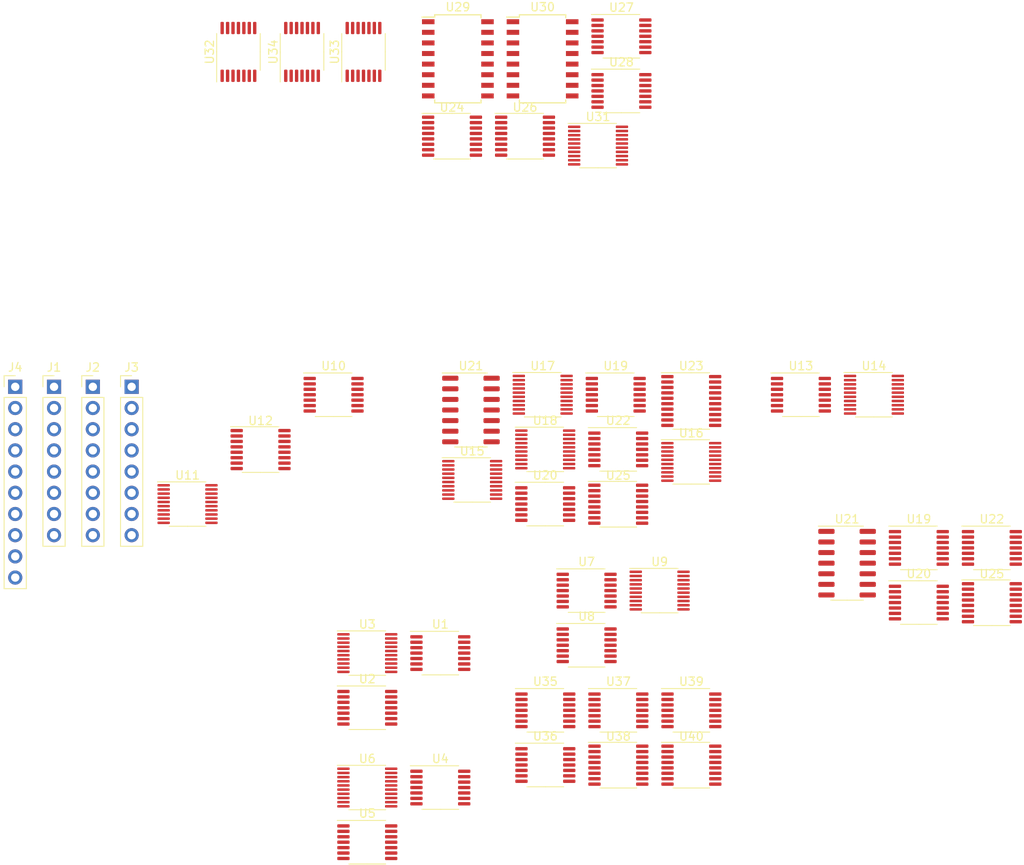
<source format=kicad_pcb>
(kicad_pcb (version 20171130) (host pcbnew "(5.1.10-1-10_14)")
  (layers (0 F.Cu signal) (31 B.Cu signal) (34 B.Paste user) (35 F.Paste user) (36 B.SilkS user) (37 F.SilkS user) (38 B.Mask user) (39 F.Mask user) (44 Edge.Cuts user))
  (net 0 "")
  (net 1 A7)
  (net 2 A6)
  (net 3 A5)
  (net 4 A4)
  (net 5 A3)
  (net 6 A2)
  (net 7 A1)
  (net 8 A0)
  (net 9 B7)
  (net 10 B6)
  (net 11 B5)
  (net 12 B4)
  (net 13 B3)
  (net 14 B2)
  (net 15 B1)
  (net 16 B0)
  (net 17 Q7)
  (net 18 Q6)
  (net 19 Q5)
  (net 20 Q4)
  (net 21 Q3)
  (net 22 Q2)
  (net 23 Q1)
  (net 24 Q0)
  (net 25 VCC)
  (net 26 GND)
  (net 27 EEPROM_7)
  (net 28 EEPROM_6)
  (net 29 EEPROM_5)
  (net 30 EEPROM_4)
  (net 31 EEPROM_3)
  (net 32 EEPROM_2)
  (net 33 EEPROM_1)
  (net 34 EEPROM_0)
  (net 35 "Net-(U1-Pad11)")
  (net 36 "Net-(U1-Pad8)")
  (net 37 "Net-(U1-Pad6)")
  (net 38 "Net-(U1-Pad3)")
  (net 39 "Net-(U2-Pad11)")
  (net 40 "Net-(U2-Pad8)")
  (net 41 "Net-(U2-Pad6)")
  (net 42 "Net-(U2-Pad3)")
  (net 43 ~MUX_AND)
  (net 44 "Net-(U4-Pad11)")
  (net 45 "Net-(U4-Pad8)")
  (net 46 "Net-(U4-Pad6)")
  (net 47 "Net-(U4-Pad3)")
  (net 48 "Net-(U5-Pad11)")
  (net 49 "Net-(U5-Pad8)")
  (net 50 "Net-(U5-Pad6)")
  (net 51 "Net-(U5-Pad3)")
  (net 52 ~MUX_OR)
  (net 53 "Net-(U7-Pad11)")
  (net 54 "Net-(U7-Pad8)")
  (net 55 "Net-(U7-Pad6)")
  (net 56 "Net-(U7-Pad3)")
  (net 57 "Net-(U8-Pad11)")
  (net 58 "Net-(U8-Pad8)")
  (net 59 "Net-(U8-Pad6)")
  (net 60 "Net-(U8-Pad3)")
  (net 61 ~MUX_XOR)
  (net 62 "Net-(U10-Pad12)")
  (net 63 "Net-(U10-Pad10)")
  (net 64 "Net-(U10-Pad8)")
  (net 65 "Net-(U10-Pad6)")
  (net 66 "Net-(U10-Pad4)")
  (net 67 "Net-(U10-Pad2)")
  (net 68 OUT0)
  (net 69 OUT1)
  (net 70 OUT2)
  (net 71 OUT3)
  (net 72 OUT4)
  (net 73 OUT5)
  (net 74 OUT6)
  (net 75 OUT7)
  (net 76 ~MUX_SHIFT_OUT)
  (net 77 ~MUX_ROTATE_OUT)
  (net 78 "Net-(U12-Pad10)")
  (net 79 "Net-(U12-Pad9)")
  (net 80 "Net-(U12-Pad7)")
  (net 81 "Net-(U13-Pad12)")
  (net 82 "Net-(U13-Pad10)")
  (net 83 "Net-(U13-Pad8)")
  (net 84 "Net-(U13-Pad6)")
  (net 85 "Net-(U13-Pad4)")
  (net 86 "Net-(U13-Pad2)")
  (net 87 ~SHIFT_LEFT_1)
  (net 88 "Net-(U15-Pad2)")
  (net 89 ~SHIFT_RIGHT_1)
  (net 90 "Net-(U16-Pad9)")
  (net 91 ~SHIFT_LEFT_4)
  (net 92 "Net-(U17-Pad5)")
  (net 93 "Net-(U17-Pad4)")
  (net 94 "Net-(U17-Pad3)")
  (net 95 "Net-(U17-Pad2)")
  (net 96 ~SHIFT_RIGHT_4)
  (net 97 "Net-(U19-Pad12)")
  (net 98 ROTATE_ENABLE)
  (net 99 "Net-(U19-Pad8)")
  (net 100 "Net-(U19-Pad6)")
  (net 101 "Net-(U19-Pad4)")
  (net 102 "Net-(U19-Pad2)")
  (net 103 "Net-(U20-Pad11)")
  (net 104 "Net-(U20-Pad8)")
  (net 105 "Net-(U20-Pad6)")
  (net 106 "Net-(U20-Pad3)")
  (net 107 "Net-(U21-Pad13)")
  (net 108 /SHIFTER/LOGICAL_CARRY_OUT)
  (net 109 "Net-(U22-Pad13)")
  (net 110 "Net-(U22-Pad12)")
  (net 111 OVERFLOW)
  (net 112 "Net-(U22-Pad8)")
  (net 113 "Net-(U24-Pad12)")
  (net 114 "Net-(U24-Pad9)")
  (net 115 "Net-(U24-Pad7)")
  (net 116 "Net-(U24-Pad4)")
  (net 117 "Net-(U25-Pad12)")
  (net 118 "Net-(U25-Pad11)")
  (net 119 "Net-(U25-Pad10)")
  (net 120 "Net-(U25-Pad9)")
  (net 121 "Net-(U26-Pad12)")
  (net 122 "Net-(U26-Pad9)")
  (net 123 "Net-(U26-Pad7)")
  (net 124 "Net-(U26-Pad4)")
  (net 125 OP3)
  (net 126 OP2)
  (net 127 OP1)
  (net 128 OP0)
  (net 129 OP7)
  (net 130 OP6)
  (net 131 OP5)
  (net 132 OP4)
  (net 133 "Net-(U29-Pad13)")
  (net 134 "Net-(U29-Pad10)")
  (net 135 "Net-(U29-Pad9)")
  (net 136 /ADDER/CI)
  (net 137 "Net-(U29-Pad4)")
  (net 138 "Net-(U29-Pad1)")
  (net 139 "Net-(U30-Pad13)")
  (net 140 "Net-(U30-Pad10)")
  (net 141 /ADDER/ADDER_CARRY_OUT)
  (net 142 "Net-(U30-Pad4)")
  (net 143 "Net-(U30-Pad1)")
  (net 144 "Net-(U32-Pad14)")
  (net 145 "Net-(U32-Pad13)")
  (net 146 "Net-(U32-Pad12)")
  (net 147 "Net-(U32-Pad11)")
  (net 148 "Net-(U32-Pad10)")
  (net 149 "Net-(U32-Pad9)")
  (net 150 "Net-(U32-Pad8)")
  (net 151 "Net-(U32-Pad7)")
  (net 152 "Net-(U32-Pad6)")
  (net 153 "Net-(U32-Pad5)")
  (net 154 "Net-(U32-Pad4)")
  (net 155 "Net-(U32-Pad2)")
  (net 156 "Net-(U33-Pad14)")
  (net 157 "Net-(U33-Pad13)")
  (net 158 "Net-(U33-Pad12)")
  (net 159 "Net-(U33-Pad11)")
  (net 160 CF)
  (net 161 "Net-(U33-Pad8)")
  (net 162 "Net-(U33-Pad7)")
  (net 163 "Net-(U33-Pad6)")
  (net 164 "Net-(U33-Pad1)")
  (net 165 "Net-(U34-Pad14)")
  (net 166 "Net-(U34-Pad13)")
  (net 167 "Net-(U34-Pad12)")
  (net 168 "Net-(U34-Pad11)")
  (net 169 "Net-(U34-Pad10)")
  (net 170 "Net-(U34-Pad9)")
  (net 171 "Net-(U34-Pad8)")
  (net 172 "Net-(U34-Pad7)")
  (net 173 "Net-(U34-Pad6)")
  (net 174 "Net-(U34-Pad5)")
  (net 175 "Net-(U34-Pad4)")
  (net 176 "Net-(U35-Pad11)")
  (net 177 "Net-(U35-Pad8)")
  (net 178 "Net-(U35-Pad6)")
  (net 179 "Net-(U35-Pad3)")
  (net 180 /FLAGS/LOGICAL_CARRY_OUT)
  (net 181 /FLAGS/ARITHMETIC_CARRY_OUT)
  (net 182 "Net-(U36-Pad13)")
  (net 183 /FLAGS/RESULT7)
  (net 184 /FLAGS/RESULT6)
  (net 185 "Net-(U36-Pad10)")
  (net 186 /FLAGS/RESULT5)
  (net 187 /FLAGS/RESULT4)
  (net 188 /FLAGS/RESULT3)
  (net 189 /FLAGS/RESULT2)
  (net 190 "Net-(U36-Pad4)")
  (net 191 /FLAGS/RESULT1)
  (net 192 /FLAGS/RESULT0)
  (net 193 "Net-(U36-Pad1)")
  (net 194 "Net-(U37-Pad10)")
  (net 195 "Net-(U37-Pad3)")
  (net 196 ZERO)
  (net 197 /FLAGS/BUS0)
  (net 198 MUX_ZERO)
  (net 199 MUX_OVERFLOW)
  (net 200 MUX_SIGN)
  (net 201 MUX_CARRY)
  (net 202 /FLAGS/RESTORE_FLAGS)
  (net 203 "Net-(U39-Pad11)")
  (net 204 "Net-(U39-Pad8)")
  (net 205 /FLAGS/A7)
  (net 206 /FLAGS/B7)
  (net 207 "Net-(U40-Pad15)")
  (net 208 /FLAGS/~LATCH_FLAGS)
  (net 209 /FLAGS/CLOCK)
  (net 210 /FLAGS/BUS3)
  (net 211 /FLAGS/BUS2)
  (net 212 /FLAGS/BUS1)
  (net 213 /FLAGS/ZF)
  (net 214 /FLAGS/OF)
  (net 215 /FLAGS/SF)
  (net 216 /FLAGS/CF)
  (module Package_SO:TSSOP-16_4.4x5mm_P0.65mm (layer F.Cu) (at 173.85 24.858)
    (fp_text reference U25 (at 0 -3.45) (layer F.SilkS))
    (fp_text value 74LS139)
    (pad 16 smd roundrect (at 2.8625 -2.275) (size 1.475 0.4) (layers F.Cu F.Paste F.Mask) (net 25 VCC))
    (pad 15 smd roundrect (at 2.8625 -1.625) (size 1.475 0.4) (layers F.Cu F.Paste F.Mask) (net 25 VCC))
    (pad 14 smd roundrect (at 2.8625 -0.975) (size 1.475 0.4) (layers F.Cu F.Paste F.Mask) (net 25 VCC))
    (pad 13 smd roundrect (at 2.8625 -0.325) (size 1.475 0.4) (layers F.Cu F.Paste F.Mask) (net 25 VCC))
    (pad 12 smd roundrect (at 2.8625 0.325) (size 1.475 0.4) (layers F.Cu F.Paste F.Mask) (net 117 "Net-(U25-Pad12)"))
    (pad 11 smd roundrect (at 2.8625 0.975) (size 1.475 0.4) (layers F.Cu F.Paste F.Mask) (net 118 "Net-(U25-Pad11)"))
    (pad 10 smd roundrect (at 2.8625 1.625) (size 1.475 0.4) (layers F.Cu F.Paste F.Mask) (net 119 "Net-(U25-Pad10)"))
    (pad 9 smd roundrect (at 2.8625 2.275) (size 1.475 0.4) (layers F.Cu F.Paste F.Mask) (net 120 "Net-(U25-Pad9)"))
    (pad 8 smd roundrect (at -2.8625 2.275) (size 1.475 0.4) (layers F.Cu F.Paste F.Mask) (net 26 GND))
    (pad 7 smd roundrect (at -2.8625 1.625) (size 1.475 0.4) (layers F.Cu F.Paste F.Mask) (net 96 ~SHIFT_RIGHT_4))
    (pad 6 smd roundrect (at -2.8625 0.975) (size 1.475 0.4) (layers F.Cu F.Paste F.Mask) (net 89 ~SHIFT_RIGHT_1))
    (pad 5 smd roundrect (at -2.8625 0.325) (size 1.475 0.4) (layers F.Cu F.Paste F.Mask) (net 91 ~SHIFT_LEFT_4))
    (pad 4 smd roundrect (at -2.8625 -0.325) (size 1.475 0.4) (layers F.Cu F.Paste F.Mask) (net 87 ~SHIFT_LEFT_1))
    (pad 3 smd roundrect (at -2.8625 -0.975) (size 1.475 0.4) (layers F.Cu F.Paste F.Mask) (net 30 EEPROM_4))
    (pad 2 smd roundrect (at -2.8625 -1.625) (size 1.475 0.4) (layers F.Cu F.Paste F.Mask) (net 29 EEPROM_5))
    (pad 1 smd roundrect (at -2.8625 -2.275) (size 1.475 0.4) (layers F.Cu F.Paste F.Mask) (net 112 "Net-(U22-Pad8)"))
  )
  (module Package_SO:TSSOP-14_4.4x5mm_P0.65mm (layer F.Cu) (at 173.85 18.288)
    (fp_text reference U22 (at 0 -3.45) (layer F.SilkS))
    (fp_text value 74LS08)
    (pad 14 smd roundrect (at 2.8625 -1.95) (size 1.475 0.4) (layers F.Cu F.Paste F.Mask) (net 25 VCC))
    (pad 13 smd roundrect (at 2.8625 -1.3) (size 1.475 0.4) (layers F.Cu F.Paste F.Mask) (net 109 "Net-(U22-Pad13)"))
    (pad 12 smd roundrect (at 2.8625 -0.65) (size 1.475 0.4) (layers F.Cu F.Paste F.Mask) (net 110 "Net-(U22-Pad12)"))
    (pad 11 smd roundrect (at 2.8625 0) (size 1.475 0.4) (layers F.Cu F.Paste F.Mask) (net 111 OVERFLOW))
    (pad 10 smd roundrect (at 2.8625 0.65) (size 1.475 0.4) (layers F.Cu F.Paste F.Mask) (net 76 ~MUX_SHIFT_OUT))
    (pad 9 smd roundrect (at 2.8625 1.3) (size 1.475 0.4) (layers F.Cu F.Paste F.Mask) (net 77 ~MUX_ROTATE_OUT))
    (pad 8 smd roundrect (at 2.8625 1.95) (size 1.475 0.4) (layers F.Cu F.Paste F.Mask) (net 112 "Net-(U22-Pad8)"))
    (pad 7 smd roundrect (at -2.8625 1.95) (size 1.475 0.4) (layers F.Cu F.Paste F.Mask) (net 26 GND))
    (pad 6 smd roundrect (at -2.8625 1.3) (size 1.475 0.4) (layers F.Cu F.Paste F.Mask) (net 88 "Net-(U15-Pad2)"))
    (pad 5 smd roundrect (at -2.8625 0.65) (size 1.475 0.4) (layers F.Cu F.Paste F.Mask) (net 1 A7))
    (pad 4 smd roundrect (at -2.8625 0) (size 1.475 0.4) (layers F.Cu F.Paste F.Mask) (net 98 ROTATE_ENABLE))
    (pad 3 smd roundrect (at -2.8625 -0.65) (size 1.475 0.4) (layers F.Cu F.Paste F.Mask) (net 90 "Net-(U16-Pad9)"))
    (pad 2 smd roundrect (at -2.8625 -1.3) (size 1.475 0.4) (layers F.Cu F.Paste F.Mask) (net 8 A0))
    (pad 1 smd roundrect (at -2.8625 -1.95) (size 1.475 0.4) (layers F.Cu F.Paste F.Mask) (net 98 ROTATE_ENABLE))
  )
  (module Package_SO:SOIC-14_3.9x8.7mm_P1.27mm (layer F.Cu) (at 156.5 20.118)
    (fp_text reference U21 (at 0 -5.28) (layer F.SilkS))
    (fp_text value 4072)
    (pad 14 smd roundrect (at 2.475 -3.81) (size 1.95 0.6) (layers F.Cu F.Paste F.Mask) (net 25 VCC))
    (pad 13 smd roundrect (at 2.475 -2.54) (size 1.95 0.6) (layers F.Cu F.Paste F.Mask) (net 107 "Net-(U21-Pad13)"))
    (pad 12 smd roundrect (at 2.475 -1.27) (size 1.95 0.6) (layers F.Cu F.Paste F.Mask) (net 26 GND))
    (pad 11 smd roundrect (at 2.475 0) (size 1.95 0.6) (layers F.Cu F.Paste F.Mask) (net 26 GND))
    (pad 10 smd roundrect (at 2.475 1.27) (size 1.95 0.6) (layers F.Cu F.Paste F.Mask) (net 26 GND))
    (pad 9 smd roundrect (at 2.475 2.54) (size 1.95 0.6) (layers F.Cu F.Paste F.Mask) (net 26 GND))
    (pad 8 smd roundrect (at 2.475 3.81) (size 1.95 0.6) (layers F.Cu F.Paste F.Mask))
    (pad 7 smd roundrect (at -2.475 3.81) (size 1.95 0.6) (layers F.Cu F.Paste F.Mask) (net 26 GND))
    (pad 6 smd roundrect (at -2.475 2.54) (size 1.95 0.6) (layers F.Cu F.Paste F.Mask))
    (pad 5 smd roundrect (at -2.475 1.27) (size 1.95 0.6) (layers F.Cu F.Paste F.Mask) (net 103 "Net-(U20-Pad11)"))
    (pad 4 smd roundrect (at -2.475 0) (size 1.95 0.6) (layers F.Cu F.Paste F.Mask) (net 104 "Net-(U20-Pad8)"))
    (pad 3 smd roundrect (at -2.475 -1.27) (size 1.95 0.6) (layers F.Cu F.Paste F.Mask) (net 105 "Net-(U20-Pad6)"))
    (pad 2 smd roundrect (at -2.475 -2.54) (size 1.95 0.6) (layers F.Cu F.Paste F.Mask) (net 106 "Net-(U20-Pad3)"))
    (pad 1 smd roundrect (at -2.475 -3.81) (size 1.95 0.6) (layers F.Cu F.Paste F.Mask) (net 108 /SHIFTER/LOGICAL_CARRY_OUT))
  )
  (module Package_SO:TSSOP-14_4.4x5mm_P0.65mm (layer F.Cu) (at 165.1 24.838)
    (fp_text reference U20 (at 0 -3.45) (layer F.SilkS))
    (fp_text value 74LS08)
    (pad 14 smd roundrect (at 2.8625 -1.95) (size 1.475 0.4) (layers F.Cu F.Paste F.Mask) (net 25 VCC))
    (pad 13 smd roundrect (at 2.8625 -1.3) (size 1.475 0.4) (layers F.Cu F.Paste F.Mask) (net 99 "Net-(U19-Pad8)"))
    (pad 12 smd roundrect (at 2.8625 -0.65) (size 1.475 0.4) (layers F.Cu F.Paste F.Mask) (net 5 A3))
    (pad 11 smd roundrect (at 2.8625 0) (size 1.475 0.4) (layers F.Cu F.Paste F.Mask) (net 103 "Net-(U20-Pad11)"))
    (pad 10 smd roundrect (at 2.8625 0.65) (size 1.475 0.4) (layers F.Cu F.Paste F.Mask) (net 100 "Net-(U19-Pad6)"))
    (pad 9 smd roundrect (at 2.8625 1.3) (size 1.475 0.4) (layers F.Cu F.Paste F.Mask) (net 8 A0))
    (pad 8 smd roundrect (at 2.8625 1.95) (size 1.475 0.4) (layers F.Cu F.Paste F.Mask) (net 104 "Net-(U20-Pad8)"))
    (pad 7 smd roundrect (at -2.8625 1.95) (size 1.475 0.4) (layers F.Cu F.Paste F.Mask) (net 26 GND))
    (pad 6 smd roundrect (at -2.8625 1.3) (size 1.475 0.4) (layers F.Cu F.Paste F.Mask) (net 105 "Net-(U20-Pad6)"))
    (pad 5 smd roundrect (at -2.8625 0.65) (size 1.475 0.4) (layers F.Cu F.Paste F.Mask) (net 101 "Net-(U19-Pad4)"))
    (pad 4 smd roundrect (at -2.8625 0) (size 1.475 0.4) (layers F.Cu F.Paste F.Mask) (net 4 A4))
    (pad 3 smd roundrect (at -2.8625 -0.65) (size 1.475 0.4) (layers F.Cu F.Paste F.Mask) (net 106 "Net-(U20-Pad3)"))
    (pad 2 smd roundrect (at -2.8625 -1.3) (size 1.475 0.4) (layers F.Cu F.Paste F.Mask) (net 102 "Net-(U19-Pad2)"))
    (pad 1 smd roundrect (at -2.8625 -1.95) (size 1.475 0.4) (layers F.Cu F.Paste F.Mask) (net 1 A7))
  )
  (module Package_SO:TSSOP-14_4.4x5mm_P0.65mm (layer F.Cu) (at 165.1 18.288)
    (fp_text reference U19 (at 0 -3.45) (layer F.SilkS))
    (fp_text value 74LS04)
    (pad 14 smd roundrect (at 2.8625 -1.95) (size 1.475 0.4) (layers F.Cu F.Paste F.Mask) (net 25 VCC))
    (pad 13 smd roundrect (at 2.8625 -1.3) (size 1.475 0.4) (layers F.Cu F.Paste F.Mask) (net 26 GND))
    (pad 12 smd roundrect (at 2.8625 -0.65) (size 1.475 0.4) (layers F.Cu F.Paste F.Mask) (net 97 "Net-(U19-Pad12)"))
    (pad 11 smd roundrect (at 2.8625 0) (size 1.475 0.4) (layers F.Cu F.Paste F.Mask) (net 77 ~MUX_ROTATE_OUT))
    (pad 10 smd roundrect (at 2.8625 0.65) (size 1.475 0.4) (layers F.Cu F.Paste F.Mask) (net 98 ROTATE_ENABLE))
    (pad 9 smd roundrect (at 2.8625 1.3) (size 1.475 0.4) (layers F.Cu F.Paste F.Mask) (net 96 ~SHIFT_RIGHT_4))
    (pad 8 smd roundrect (at 2.8625 1.95) (size 1.475 0.4) (layers F.Cu F.Paste F.Mask) (net 99 "Net-(U19-Pad8)"))
    (pad 7 smd roundrect (at -2.8625 1.95) (size 1.475 0.4) (layers F.Cu F.Paste F.Mask) (net 26 GND))
    (pad 6 smd roundrect (at -2.8625 1.3) (size 1.475 0.4) (layers F.Cu F.Paste F.Mask) (net 100 "Net-(U19-Pad6)"))
    (pad 5 smd roundrect (at -2.8625 0.65) (size 1.475 0.4) (layers F.Cu F.Paste F.Mask) (net 89 ~SHIFT_RIGHT_1))
    (pad 4 smd roundrect (at -2.8625 0) (size 1.475 0.4) (layers F.Cu F.Paste F.Mask) (net 101 "Net-(U19-Pad4)"))
    (pad 3 smd roundrect (at -2.8625 -0.65) (size 1.475 0.4) (layers F.Cu F.Paste F.Mask) (net 91 ~SHIFT_LEFT_4))
    (pad 2 smd roundrect (at -2.8625 -1.3) (size 1.475 0.4) (layers F.Cu F.Paste F.Mask) (net 102 "Net-(U19-Pad2)"))
    (pad 1 smd roundrect (at -2.8625 -1.95) (size 1.475 0.4) (layers F.Cu F.Paste F.Mask) (net 87 ~SHIFT_LEFT_1))
  )
  (module Package_SO:TSSOP-14_4.4x5mm_P0.65mm (layer F.Cu) (at 91.186 -41.148 90)
    (fp_text reference U34 (at 0 -3.45 90) (layer F.SilkS))
    (fp_text value 74LS32)
    (pad 14 smd roundrect (at 2.8625 -1.95 90) (size 1.475 0.4) (layers F.Cu F.Paste F.Mask) (net 165 "Net-(U34-Pad14)"))
    (pad 13 smd roundrect (at 2.8625 -1.3 90) (size 1.475 0.4) (layers F.Cu F.Paste F.Mask) (net 166 "Net-(U34-Pad13)"))
    (pad 12 smd roundrect (at 2.8625 -0.65 90) (size 1.475 0.4) (layers F.Cu F.Paste F.Mask) (net 167 "Net-(U34-Pad12)"))
    (pad 11 smd roundrect (at 2.8625 0 90) (size 1.475 0.4) (layers F.Cu F.Paste F.Mask) (net 168 "Net-(U34-Pad11)"))
    (pad 10 smd roundrect (at 2.8625 0.65 90) (size 1.475 0.4) (layers F.Cu F.Paste F.Mask) (net 169 "Net-(U34-Pad10)"))
    (pad 9 smd roundrect (at 2.8625 1.3 90) (size 1.475 0.4) (layers F.Cu F.Paste F.Mask) (net 170 "Net-(U34-Pad9)"))
    (pad 8 smd roundrect (at 2.8625 1.95 90) (size 1.475 0.4) (layers F.Cu F.Paste F.Mask) (net 171 "Net-(U34-Pad8)"))
    (pad 7 smd roundrect (at -2.8625 1.95 90) (size 1.475 0.4) (layers F.Cu F.Paste F.Mask) (net 172 "Net-(U34-Pad7)"))
    (pad 6 smd roundrect (at -2.8625 1.3 90) (size 1.475 0.4) (layers F.Cu F.Paste F.Mask) (net 173 "Net-(U34-Pad6)"))
    (pad 5 smd roundrect (at -2.8625 0.65 90) (size 1.475 0.4) (layers F.Cu F.Paste F.Mask) (net 174 "Net-(U34-Pad5)"))
    (pad 4 smd roundrect (at -2.8625 0 90) (size 1.475 0.4) (layers F.Cu F.Paste F.Mask) (net 175 "Net-(U34-Pad4)"))
    (pad 3 smd roundrect (at -2.8625 -0.65 90) (size 1.475 0.4) (layers F.Cu F.Paste F.Mask) (net 164 "Net-(U33-Pad1)"))
    (pad 2 smd roundrect (at -2.8625 -1.3 90) (size 1.475 0.4) (layers F.Cu F.Paste F.Mask) (net 161 "Net-(U33-Pad8)"))
    (pad 1 smd roundrect (at -2.8625 -1.95 90) (size 1.475 0.4) (layers F.Cu F.Paste F.Mask) (net 163 "Net-(U33-Pad6)"))
  )
  (module Package_SO:TSSOP-14_4.4x5mm_P0.65mm (layer F.Cu) (at 98.552 -41.148 90)
    (fp_text reference U33 (at 0 -3.45 90) (layer F.SilkS))
    (fp_text value 74LS08)
    (pad 14 smd roundrect (at 2.8625 -1.95 90) (size 1.475 0.4) (layers F.Cu F.Paste F.Mask) (net 156 "Net-(U33-Pad14)"))
    (pad 13 smd roundrect (at 2.8625 -1.3 90) (size 1.475 0.4) (layers F.Cu F.Paste F.Mask) (net 157 "Net-(U33-Pad13)"))
    (pad 12 smd roundrect (at 2.8625 -0.65 90) (size 1.475 0.4) (layers F.Cu F.Paste F.Mask) (net 158 "Net-(U33-Pad12)"))
    (pad 11 smd roundrect (at 2.8625 0 90) (size 1.475 0.4) (layers F.Cu F.Paste F.Mask) (net 159 "Net-(U33-Pad11)"))
    (pad 10 smd roundrect (at 2.8625 0.65 90) (size 1.475 0.4) (layers F.Cu F.Paste F.Mask) (net 160 CF))
    (pad 9 smd roundrect (at 2.8625 1.3 90) (size 1.475 0.4) (layers F.Cu F.Paste F.Mask) (net 31 EEPROM_3))
    (pad 8 smd roundrect (at 2.8625 1.95 90) (size 1.475 0.4) (layers F.Cu F.Paste F.Mask) (net 161 "Net-(U33-Pad8)"))
    (pad 7 smd roundrect (at -2.8625 1.95 90) (size 1.475 0.4) (layers F.Cu F.Paste F.Mask) (net 162 "Net-(U33-Pad7)"))
    (pad 6 smd roundrect (at -2.8625 1.3 90) (size 1.475 0.4) (layers F.Cu F.Paste F.Mask) (net 163 "Net-(U33-Pad6)"))
    (pad 5 smd roundrect (at -2.8625 0.65 90) (size 1.475 0.4) (layers F.Cu F.Paste F.Mask) (net 154 "Net-(U32-Pad4)"))
    (pad 4 smd roundrect (at -2.8625 0 90) (size 1.475 0.4) (layers F.Cu F.Paste F.Mask) (net 32 EEPROM_2))
    (pad 3 smd roundrect (at -2.8625 -0.65 90) (size 1.475 0.4) (layers F.Cu F.Paste F.Mask) (net 136 /ADDER/CI))
    (pad 2 smd roundrect (at -2.8625 -1.3 90) (size 1.475 0.4) (layers F.Cu F.Paste F.Mask) (net 155 "Net-(U32-Pad2)"))
    (pad 1 smd roundrect (at -2.8625 -1.95 90) (size 1.475 0.4) (layers F.Cu F.Paste F.Mask) (net 164 "Net-(U33-Pad1)"))
  )
  (module Package_SO:TSSOP-14_4.4x5mm_P0.65mm (layer F.Cu) (at 83.566 -41.148 90)
    (fp_text reference U32 (at 0 -3.45 90) (layer F.SilkS))
    (fp_text value 74LS04)
    (pad 14 smd roundrect (at 2.8625 -1.95 90) (size 1.475 0.4) (layers F.Cu F.Paste F.Mask) (net 144 "Net-(U32-Pad14)"))
    (pad 13 smd roundrect (at 2.8625 -1.3 90) (size 1.475 0.4) (layers F.Cu F.Paste F.Mask) (net 145 "Net-(U32-Pad13)"))
    (pad 12 smd roundrect (at 2.8625 -0.65 90) (size 1.475 0.4) (layers F.Cu F.Paste F.Mask) (net 146 "Net-(U32-Pad12)"))
    (pad 11 smd roundrect (at 2.8625 0 90) (size 1.475 0.4) (layers F.Cu F.Paste F.Mask) (net 147 "Net-(U32-Pad11)"))
    (pad 10 smd roundrect (at 2.8625 0.65 90) (size 1.475 0.4) (layers F.Cu F.Paste F.Mask) (net 148 "Net-(U32-Pad10)"))
    (pad 9 smd roundrect (at 2.8625 1.3 90) (size 1.475 0.4) (layers F.Cu F.Paste F.Mask) (net 149 "Net-(U32-Pad9)"))
    (pad 8 smd roundrect (at 2.8625 1.95 90) (size 1.475 0.4) (layers F.Cu F.Paste F.Mask) (net 150 "Net-(U32-Pad8)"))
    (pad 7 smd roundrect (at -2.8625 1.95 90) (size 1.475 0.4) (layers F.Cu F.Paste F.Mask) (net 151 "Net-(U32-Pad7)"))
    (pad 6 smd roundrect (at -2.8625 1.3 90) (size 1.475 0.4) (layers F.Cu F.Paste F.Mask) (net 152 "Net-(U32-Pad6)"))
    (pad 5 smd roundrect (at -2.8625 0.65 90) (size 1.475 0.4) (layers F.Cu F.Paste F.Mask) (net 153 "Net-(U32-Pad5)"))
    (pad 4 smd roundrect (at -2.8625 0 90) (size 1.475 0.4) (layers F.Cu F.Paste F.Mask) (net 154 "Net-(U32-Pad4)"))
    (pad 3 smd roundrect (at -2.8625 -0.65 90) (size 1.475 0.4) (layers F.Cu F.Paste F.Mask) (net 31 EEPROM_3))
    (pad 2 smd roundrect (at -2.8625 -1.3 90) (size 1.475 0.4) (layers F.Cu F.Paste F.Mask) (net 155 "Net-(U32-Pad2)"))
    (pad 1 smd roundrect (at -2.8625 -1.95 90) (size 1.475 0.4) (layers F.Cu F.Paste F.Mask) (net 27 EEPROM_7))
  )
  (module Package_SO:TSSOP-20_4.4x5mm_P0.5mm (layer F.Cu) (at 126.66 -29.92)
    (fp_text reference U31 (at 0 -3.45) (layer F.SilkS))
    (fp_text value 74LS245)
    (pad 20 smd roundrect (at 2.8625 -2.25) (size 1.475 0.3) (layers F.Cu F.Paste F.Mask) (net 25 VCC))
    (pad 19 smd roundrect (at 2.8625 -1.75) (size 1.475 0.3) (layers F.Cu F.Paste F.Mask) (net 27 EEPROM_7))
    (pad 18 smd roundrect (at 2.8625 -1.25) (size 1.475 0.3) (layers F.Cu F.Paste F.Mask) (net 24 Q0))
    (pad 17 smd roundrect (at 2.8625 -0.75) (size 1.475 0.3) (layers F.Cu F.Paste F.Mask) (net 23 Q1))
    (pad 16 smd roundrect (at 2.8625 -0.25) (size 1.475 0.3) (layers F.Cu F.Paste F.Mask) (net 22 Q2))
    (pad 15 smd roundrect (at 2.8625 0.25) (size 1.475 0.3) (layers F.Cu F.Paste F.Mask) (net 21 Q3))
    (pad 14 smd roundrect (at 2.8625 0.75) (size 1.475 0.3) (layers F.Cu F.Paste F.Mask) (net 20 Q4))
    (pad 13 smd roundrect (at 2.8625 1.25) (size 1.475 0.3) (layers F.Cu F.Paste F.Mask) (net 19 Q5))
    (pad 12 smd roundrect (at 2.8625 1.75) (size 1.475 0.3) (layers F.Cu F.Paste F.Mask) (net 18 Q6))
    (pad 11 smd roundrect (at 2.8625 2.25) (size 1.475 0.3) (layers F.Cu F.Paste F.Mask) (net 17 Q7))
    (pad 10 smd roundrect (at -2.8625 2.25) (size 1.475 0.3) (layers F.Cu F.Paste F.Mask) (net 26 GND))
    (pad 9 smd roundrect (at -2.8625 1.75) (size 1.475 0.3) (layers F.Cu F.Paste F.Mask) (net 140 "Net-(U30-Pad10)"))
    (pad 8 smd roundrect (at -2.8625 1.25) (size 1.475 0.3) (layers F.Cu F.Paste F.Mask) (net 139 "Net-(U30-Pad13)"))
    (pad 7 smd roundrect (at -2.8625 0.75) (size 1.475 0.3) (layers F.Cu F.Paste F.Mask) (net 143 "Net-(U30-Pad1)"))
    (pad 6 smd roundrect (at -2.8625 0.25) (size 1.475 0.3) (layers F.Cu F.Paste F.Mask) (net 142 "Net-(U30-Pad4)"))
    (pad 5 smd roundrect (at -2.8625 -0.25) (size 1.475 0.3) (layers F.Cu F.Paste F.Mask) (net 134 "Net-(U29-Pad10)"))
    (pad 4 smd roundrect (at -2.8625 -0.75) (size 1.475 0.3) (layers F.Cu F.Paste F.Mask) (net 133 "Net-(U29-Pad13)"))
    (pad 3 smd roundrect (at -2.8625 -1.25) (size 1.475 0.3) (layers F.Cu F.Paste F.Mask) (net 138 "Net-(U29-Pad1)"))
    (pad 2 smd roundrect (at -2.8625 -1.75) (size 1.475 0.3) (layers F.Cu F.Paste F.Mask) (net 137 "Net-(U29-Pad4)"))
    (pad 1 smd roundrect (at -2.8625 -2.25) (size 1.475 0.3) (layers F.Cu F.Paste F.Mask) (net 25 VCC))
  )
  (module Package_SO:SOIC-16W_5.3x10.2mm_P1.27mm (layer F.Cu) (at 120.01 -40.32)
    (fp_text reference U30 (at 0 -6.2) (layer F.SilkS))
    (fp_text value 74LS283)
    (pad 16 smd rect (at 3.55 -4.445) (size 1.5 0.6) (layers F.Cu F.Paste F.Mask) (net 25 VCC))
    (pad 15 smd rect (at 3.55 -3.175) (size 1.5 0.6) (layers F.Cu F.Paste F.Mask) (net 130 OP6))
    (pad 14 smd rect (at 3.55 -1.905) (size 1.5 0.6) (layers F.Cu F.Paste F.Mask) (net 2 A6))
    (pad 13 smd rect (at 3.55 -0.635) (size 1.5 0.6) (layers F.Cu F.Paste F.Mask) (net 139 "Net-(U30-Pad13)"))
    (pad 12 smd rect (at 3.55 0.635) (size 1.5 0.6) (layers F.Cu F.Paste F.Mask) (net 1 A7))
    (pad 11 smd rect (at 3.55 1.905) (size 1.5 0.6) (layers F.Cu F.Paste F.Mask) (net 129 OP7))
    (pad 10 smd rect (at 3.55 3.175) (size 1.5 0.6) (layers F.Cu F.Paste F.Mask) (net 140 "Net-(U30-Pad10)"))
    (pad 9 smd rect (at 3.55 4.445) (size 1.5 0.6) (layers F.Cu F.Paste F.Mask) (net 141 /ADDER/ADDER_CARRY_OUT))
    (pad 8 smd rect (at -3.55 4.445) (size 1.5 0.6) (layers F.Cu F.Paste F.Mask) (net 26 GND))
    (pad 7 smd rect (at -3.55 3.175) (size 1.5 0.6) (layers F.Cu F.Paste F.Mask) (net 135 "Net-(U29-Pad9)"))
    (pad 6 smd rect (at -3.55 1.905) (size 1.5 0.6) (layers F.Cu F.Paste F.Mask) (net 132 OP4))
    (pad 5 smd rect (at -3.55 0.635) (size 1.5 0.6) (layers F.Cu F.Paste F.Mask) (net 4 A4))
    (pad 4 smd rect (at -3.55 -0.635) (size 1.5 0.6) (layers F.Cu F.Paste F.Mask) (net 142 "Net-(U30-Pad4)"))
    (pad 3 smd rect (at -3.55 -1.905) (size 1.5 0.6) (layers F.Cu F.Paste F.Mask) (net 3 A5))
    (pad 2 smd rect (at -3.55 -3.175) (size 1.5 0.6) (layers F.Cu F.Paste F.Mask) (net 131 OP5))
    (pad 1 smd rect (at -3.55 -4.445) (size 1.5 0.6) (layers F.Cu F.Paste F.Mask) (net 143 "Net-(U30-Pad1)"))
  )
  (module Package_SO:SOIC-16W_5.3x10.2mm_P1.27mm (layer F.Cu) (at 109.86 -40.32)
    (fp_text reference U29 (at 0 -6.2) (layer F.SilkS))
    (fp_text value 74LS283)
    (pad 16 smd rect (at 3.55 -4.445) (size 1.5 0.6) (layers F.Cu F.Paste F.Mask) (net 25 VCC))
    (pad 15 smd rect (at 3.55 -3.175) (size 1.5 0.6) (layers F.Cu F.Paste F.Mask) (net 126 OP2))
    (pad 14 smd rect (at 3.55 -1.905) (size 1.5 0.6) (layers F.Cu F.Paste F.Mask) (net 6 A2))
    (pad 13 smd rect (at 3.55 -0.635) (size 1.5 0.6) (layers F.Cu F.Paste F.Mask) (net 133 "Net-(U29-Pad13)"))
    (pad 12 smd rect (at 3.55 0.635) (size 1.5 0.6) (layers F.Cu F.Paste F.Mask) (net 5 A3))
    (pad 11 smd rect (at 3.55 1.905) (size 1.5 0.6) (layers F.Cu F.Paste F.Mask) (net 125 OP3))
    (pad 10 smd rect (at 3.55 3.175) (size 1.5 0.6) (layers F.Cu F.Paste F.Mask) (net 134 "Net-(U29-Pad10)"))
    (pad 9 smd rect (at 3.55 4.445) (size 1.5 0.6) (layers F.Cu F.Paste F.Mask) (net 135 "Net-(U29-Pad9)"))
    (pad 8 smd rect (at -3.55 4.445) (size 1.5 0.6) (layers F.Cu F.Paste F.Mask) (net 26 GND))
    (pad 7 smd rect (at -3.55 3.175) (size 1.5 0.6) (layers F.Cu F.Paste F.Mask) (net 136 /ADDER/CI))
    (pad 6 smd rect (at -3.55 1.905) (size 1.5 0.6) (layers F.Cu F.Paste F.Mask) (net 128 OP0))
    (pad 5 smd rect (at -3.55 0.635) (size 1.5 0.6) (layers F.Cu F.Paste F.Mask) (net 8 A0))
    (pad 4 smd rect (at -3.55 -0.635) (size 1.5 0.6) (layers F.Cu F.Paste F.Mask) (net 137 "Net-(U29-Pad4)"))
    (pad 3 smd rect (at -3.55 -1.905) (size 1.5 0.6) (layers F.Cu F.Paste F.Mask) (net 7 A1))
    (pad 2 smd rect (at -3.55 -3.175) (size 1.5 0.6) (layers F.Cu F.Paste F.Mask) (net 127 OP1))
    (pad 1 smd rect (at -3.55 -4.445) (size 1.5 0.6) (layers F.Cu F.Paste F.Mask) (net 138 "Net-(U29-Pad1)"))
  )
  (module Package_SO:TSSOP-14_4.4x5mm_P0.65mm (layer F.Cu) (at 129.46 -36.47)
    (fp_text reference U28 (at 0 -3.45) (layer F.SilkS))
    (fp_text value 74LS86)
    (pad 14 smd roundrect (at 2.8625 -1.95) (size 1.475 0.4) (layers F.Cu F.Paste F.Mask) (net 25 VCC))
    (pad 13 smd roundrect (at 2.8625 -1.3) (size 1.475 0.4) (layers F.Cu F.Paste F.Mask) (net 121 "Net-(U26-Pad12)"))
    (pad 12 smd roundrect (at 2.8625 -0.65) (size 1.475 0.4) (layers F.Cu F.Paste F.Mask) (net 33 EEPROM_1))
    (pad 11 smd roundrect (at 2.8625 0) (size 1.475 0.4) (layers F.Cu F.Paste F.Mask) (net 129 OP7))
    (pad 10 smd roundrect (at 2.8625 0.65) (size 1.475 0.4) (layers F.Cu F.Paste F.Mask) (net 122 "Net-(U26-Pad9)"))
    (pad 9 smd roundrect (at 2.8625 1.3) (size 1.475 0.4) (layers F.Cu F.Paste F.Mask) (net 33 EEPROM_1))
    (pad 8 smd roundrect (at 2.8625 1.95) (size 1.475 0.4) (layers F.Cu F.Paste F.Mask) (net 130 OP6))
    (pad 7 smd roundrect (at -2.8625 1.95) (size 1.475 0.4) (layers F.Cu F.Paste F.Mask) (net 26 GND))
    (pad 6 smd roundrect (at -2.8625 1.3) (size 1.475 0.4) (layers F.Cu F.Paste F.Mask) (net 131 OP5))
    (pad 5 smd roundrect (at -2.8625 0.65) (size 1.475 0.4) (layers F.Cu F.Paste F.Mask) (net 123 "Net-(U26-Pad7)"))
    (pad 4 smd roundrect (at -2.8625 0) (size 1.475 0.4) (layers F.Cu F.Paste F.Mask) (net 33 EEPROM_1))
    (pad 3 smd roundrect (at -2.8625 -0.65) (size 1.475 0.4) (layers F.Cu F.Paste F.Mask) (net 132 OP4))
    (pad 2 smd roundrect (at -2.8625 -1.3) (size 1.475 0.4) (layers F.Cu F.Paste F.Mask) (net 124 "Net-(U26-Pad4)"))
    (pad 1 smd roundrect (at -2.8625 -1.95) (size 1.475 0.4) (layers F.Cu F.Paste F.Mask) (net 33 EEPROM_1))
  )
  (module Package_SO:TSSOP-14_4.4x5mm_P0.65mm (layer F.Cu) (at 129.46 -43.02)
    (fp_text reference U27 (at 0 -3.45) (layer F.SilkS))
    (fp_text value 74LS86)
    (pad 14 smd roundrect (at 2.8625 -1.95) (size 1.475 0.4) (layers F.Cu F.Paste F.Mask) (net 25 VCC))
    (pad 13 smd roundrect (at 2.8625 -1.3) (size 1.475 0.4) (layers F.Cu F.Paste F.Mask) (net 113 "Net-(U24-Pad12)"))
    (pad 12 smd roundrect (at 2.8625 -0.65) (size 1.475 0.4) (layers F.Cu F.Paste F.Mask) (net 33 EEPROM_1))
    (pad 11 smd roundrect (at 2.8625 0) (size 1.475 0.4) (layers F.Cu F.Paste F.Mask) (net 125 OP3))
    (pad 10 smd roundrect (at 2.8625 0.65) (size 1.475 0.4) (layers F.Cu F.Paste F.Mask) (net 114 "Net-(U24-Pad9)"))
    (pad 9 smd roundrect (at 2.8625 1.3) (size 1.475 0.4) (layers F.Cu F.Paste F.Mask) (net 33 EEPROM_1))
    (pad 8 smd roundrect (at 2.8625 1.95) (size 1.475 0.4) (layers F.Cu F.Paste F.Mask) (net 126 OP2))
    (pad 7 smd roundrect (at -2.8625 1.95) (size 1.475 0.4) (layers F.Cu F.Paste F.Mask) (net 26 GND))
    (pad 6 smd roundrect (at -2.8625 1.3) (size 1.475 0.4) (layers F.Cu F.Paste F.Mask) (net 127 OP1))
    (pad 5 smd roundrect (at -2.8625 0.65) (size 1.475 0.4) (layers F.Cu F.Paste F.Mask) (net 115 "Net-(U24-Pad7)"))
    (pad 4 smd roundrect (at -2.8625 0) (size 1.475 0.4) (layers F.Cu F.Paste F.Mask) (net 33 EEPROM_1))
    (pad 3 smd roundrect (at -2.8625 -0.65) (size 1.475 0.4) (layers F.Cu F.Paste F.Mask) (net 128 OP0))
    (pad 2 smd roundrect (at -2.8625 -1.3) (size 1.475 0.4) (layers F.Cu F.Paste F.Mask) (net 116 "Net-(U24-Pad4)"))
    (pad 1 smd roundrect (at -2.8625 -1.95) (size 1.475 0.4) (layers F.Cu F.Paste F.Mask) (net 33 EEPROM_1))
  )
  (module Package_SO:TSSOP-16_4.4x5mm_P0.65mm (layer F.Cu) (at 117.91 -31.05)
    (fp_text reference U26 (at 0 -3.45) (layer F.SilkS))
    (fp_text value 74LS157)
    (pad 16 smd roundrect (at 2.8625 -2.275) (size 1.475 0.4) (layers F.Cu F.Paste F.Mask) (net 25 VCC))
    (pad 15 smd roundrect (at 2.8625 -1.625) (size 1.475 0.4) (layers F.Cu F.Paste F.Mask) (net 26 GND))
    (pad 14 smd roundrect (at 2.8625 -0.975) (size 1.475 0.4) (layers F.Cu F.Paste F.Mask) (net 9 B7))
    (pad 13 smd roundrect (at 2.8625 -0.325) (size 1.475 0.4) (layers F.Cu F.Paste F.Mask) (net 25 VCC))
    (pad 12 smd roundrect (at 2.8625 0.325) (size 1.475 0.4) (layers F.Cu F.Paste F.Mask) (net 121 "Net-(U26-Pad12)"))
    (pad 11 smd roundrect (at 2.8625 0.975) (size 1.475 0.4) (layers F.Cu F.Paste F.Mask) (net 10 B6))
    (pad 10 smd roundrect (at 2.8625 1.625) (size 1.475 0.4) (layers F.Cu F.Paste F.Mask) (net 25 VCC))
    (pad 9 smd roundrect (at 2.8625 2.275) (size 1.475 0.4) (layers F.Cu F.Paste F.Mask) (net 122 "Net-(U26-Pad9)"))
    (pad 8 smd roundrect (at -2.8625 2.275) (size 1.475 0.4) (layers F.Cu F.Paste F.Mask) (net 26 GND))
    (pad 7 smd roundrect (at -2.8625 1.625) (size 1.475 0.4) (layers F.Cu F.Paste F.Mask) (net 123 "Net-(U26-Pad7)"))
    (pad 6 smd roundrect (at -2.8625 0.975) (size 1.475 0.4) (layers F.Cu F.Paste F.Mask) (net 25 VCC))
    (pad 5 smd roundrect (at -2.8625 0.325) (size 1.475 0.4) (layers F.Cu F.Paste F.Mask) (net 11 B5))
    (pad 4 smd roundrect (at -2.8625 -0.325) (size 1.475 0.4) (layers F.Cu F.Paste F.Mask) (net 124 "Net-(U26-Pad4)"))
    (pad 3 smd roundrect (at -2.8625 -0.975) (size 1.475 0.4) (layers F.Cu F.Paste F.Mask) (net 25 VCC))
    (pad 2 smd roundrect (at -2.8625 -1.625) (size 1.475 0.4) (layers F.Cu F.Paste F.Mask) (net 12 B4))
    (pad 1 smd roundrect (at -2.8625 -2.275) (size 1.475 0.4) (layers F.Cu F.Paste F.Mask) (net 34 EEPROM_0))
  )
  (module Package_SO:TSSOP-16_4.4x5mm_P0.65mm (layer F.Cu) (at 129.078 13.054)
    (fp_text reference U25 (at 0 -3.45) (layer F.SilkS))
    (fp_text value 74LS139)
    (pad 16 smd roundrect (at 2.8625 -2.275) (size 1.475 0.4) (layers F.Cu F.Paste F.Mask) (net 25 VCC))
    (pad 15 smd roundrect (at 2.8625 -1.625) (size 1.475 0.4) (layers F.Cu F.Paste F.Mask) (net 25 VCC))
    (pad 14 smd roundrect (at 2.8625 -0.975) (size 1.475 0.4) (layers F.Cu F.Paste F.Mask) (net 25 VCC))
    (pad 13 smd roundrect (at 2.8625 -0.325) (size 1.475 0.4) (layers F.Cu F.Paste F.Mask) (net 25 VCC))
    (pad 12 smd roundrect (at 2.8625 0.325) (size 1.475 0.4) (layers F.Cu F.Paste F.Mask) (net 117 "Net-(U25-Pad12)"))
    (pad 11 smd roundrect (at 2.8625 0.975) (size 1.475 0.4) (layers F.Cu F.Paste F.Mask) (net 118 "Net-(U25-Pad11)"))
    (pad 10 smd roundrect (at 2.8625 1.625) (size 1.475 0.4) (layers F.Cu F.Paste F.Mask) (net 119 "Net-(U25-Pad10)"))
    (pad 9 smd roundrect (at 2.8625 2.275) (size 1.475 0.4) (layers F.Cu F.Paste F.Mask) (net 120 "Net-(U25-Pad9)"))
    (pad 8 smd roundrect (at -2.8625 2.275) (size 1.475 0.4) (layers F.Cu F.Paste F.Mask) (net 26 GND))
    (pad 7 smd roundrect (at -2.8625 1.625) (size 1.475 0.4) (layers F.Cu F.Paste F.Mask) (net 96 ~SHIFT_RIGHT_4))
    (pad 6 smd roundrect (at -2.8625 0.975) (size 1.475 0.4) (layers F.Cu F.Paste F.Mask) (net 89 ~SHIFT_RIGHT_1))
    (pad 5 smd roundrect (at -2.8625 0.325) (size 1.475 0.4) (layers F.Cu F.Paste F.Mask) (net 91 ~SHIFT_LEFT_4))
    (pad 4 smd roundrect (at -2.8625 -0.325) (size 1.475 0.4) (layers F.Cu F.Paste F.Mask) (net 87 ~SHIFT_LEFT_1))
    (pad 3 smd roundrect (at -2.8625 -0.975) (size 1.475 0.4) (layers F.Cu F.Paste F.Mask) (net 30 EEPROM_4))
    (pad 2 smd roundrect (at -2.8625 -1.625) (size 1.475 0.4) (layers F.Cu F.Paste F.Mask) (net 29 EEPROM_5))
    (pad 1 smd roundrect (at -2.8625 -2.275) (size 1.475 0.4) (layers F.Cu F.Paste F.Mask) (net 112 "Net-(U22-Pad8)"))
  )
  (module Package_SO:TSSOP-16_4.4x5mm_P0.65mm (layer F.Cu) (at 109.16 -31.05)
    (fp_text reference U24 (at 0 -3.45) (layer F.SilkS))
    (fp_text value 74LS157)
    (pad 16 smd roundrect (at 2.8625 -2.275) (size 1.475 0.4) (layers F.Cu F.Paste F.Mask) (net 25 VCC))
    (pad 15 smd roundrect (at 2.8625 -1.625) (size 1.475 0.4) (layers F.Cu F.Paste F.Mask) (net 26 GND))
    (pad 14 smd roundrect (at 2.8625 -0.975) (size 1.475 0.4) (layers F.Cu F.Paste F.Mask) (net 13 B3))
    (pad 13 smd roundrect (at 2.8625 -0.325) (size 1.475 0.4) (layers F.Cu F.Paste F.Mask) (net 25 VCC))
    (pad 12 smd roundrect (at 2.8625 0.325) (size 1.475 0.4) (layers F.Cu F.Paste F.Mask) (net 113 "Net-(U24-Pad12)"))
    (pad 11 smd roundrect (at 2.8625 0.975) (size 1.475 0.4) (layers F.Cu F.Paste F.Mask) (net 14 B2))
    (pad 10 smd roundrect (at 2.8625 1.625) (size 1.475 0.4) (layers F.Cu F.Paste F.Mask) (net 25 VCC))
    (pad 9 smd roundrect (at 2.8625 2.275) (size 1.475 0.4) (layers F.Cu F.Paste F.Mask) (net 114 "Net-(U24-Pad9)"))
    (pad 8 smd roundrect (at -2.8625 2.275) (size 1.475 0.4) (layers F.Cu F.Paste F.Mask) (net 26 GND))
    (pad 7 smd roundrect (at -2.8625 1.625) (size 1.475 0.4) (layers F.Cu F.Paste F.Mask) (net 115 "Net-(U24-Pad7)"))
    (pad 6 smd roundrect (at -2.8625 0.975) (size 1.475 0.4) (layers F.Cu F.Paste F.Mask) (net 25 VCC))
    (pad 5 smd roundrect (at -2.8625 0.325) (size 1.475 0.4) (layers F.Cu F.Paste F.Mask) (net 15 B1))
    (pad 4 smd roundrect (at -2.8625 -0.325) (size 1.475 0.4) (layers F.Cu F.Paste F.Mask) (net 116 "Net-(U24-Pad4)"))
    (pad 3 smd roundrect (at -2.8625 -0.975) (size 1.475 0.4) (layers F.Cu F.Paste F.Mask) (net 25 VCC))
    (pad 2 smd roundrect (at -2.8625 -1.625) (size 1.475 0.4) (layers F.Cu F.Paste F.Mask) (net 16 B0))
    (pad 1 smd roundrect (at -2.8625 -2.275) (size 1.475 0.4) (layers F.Cu F.Paste F.Mask) (net 34 EEPROM_0))
  )
  (module Package_SO:TSSOP-20_4.4x6.5mm_P0.65mm (layer F.Cu) (at 137.828 0.684)
    (fp_text reference U23 (at 0 -4.2) (layer F.SilkS))
    (fp_text value 74LS157)
    (pad 20 smd roundrect (at 2.8625 -2.925) (size 1.475 0.4) (layers F.Cu F.Paste F.Mask))
    (pad 19 smd roundrect (at 2.8625 -2.275) (size 1.475 0.4) (layers F.Cu F.Paste F.Mask))
    (pad 18 smd roundrect (at 2.8625 -1.625) (size 1.475 0.4) (layers F.Cu F.Paste F.Mask))
    (pad 17 smd roundrect (at 2.8625 -0.975) (size 1.475 0.4) (layers F.Cu F.Paste F.Mask))
    (pad 16 smd roundrect (at 2.8625 -0.325) (size 1.475 0.4) (layers F.Cu F.Paste F.Mask) (net 25 VCC))
    (pad 15 smd roundrect (at 2.8625 0.325) (size 1.475 0.4) (layers F.Cu F.Paste F.Mask) (net 26 GND))
    (pad 14 smd roundrect (at 2.8625 0.975) (size 1.475 0.4) (layers F.Cu F.Paste F.Mask) (net 26 GND))
    (pad 13 smd roundrect (at 2.8625 1.625) (size 1.475 0.4) (layers F.Cu F.Paste F.Mask) (net 1 A7))
    (pad 12 smd roundrect (at 2.8625 2.275) (size 1.475 0.4) (layers F.Cu F.Paste F.Mask) (net 92 "Net-(U17-Pad5)"))
    (pad 11 smd roundrect (at 2.8625 2.925) (size 1.475 0.4) (layers F.Cu F.Paste F.Mask) (net 26 GND))
    (pad 10 smd roundrect (at -2.8625 2.925) (size 1.475 0.4) (layers F.Cu F.Paste F.Mask) (net 2 A6))
    (pad 9 smd roundrect (at -2.8625 2.275) (size 1.475 0.4) (layers F.Cu F.Paste F.Mask) (net 93 "Net-(U17-Pad4)"))
    (pad 8 smd roundrect (at -2.8625 1.625) (size 1.475 0.4) (layers F.Cu F.Paste F.Mask) (net 26 GND))
    (pad 7 smd roundrect (at -2.8625 0.975) (size 1.475 0.4) (layers F.Cu F.Paste F.Mask) (net 94 "Net-(U17-Pad3)"))
    (pad 6 smd roundrect (at -2.8625 0.325) (size 1.475 0.4) (layers F.Cu F.Paste F.Mask) (net 3 A5))
    (pad 5 smd roundrect (at -2.8625 -0.325) (size 1.475 0.4) (layers F.Cu F.Paste F.Mask) (net 26 GND))
    (pad 4 smd roundrect (at -2.8625 -0.975) (size 1.475 0.4) (layers F.Cu F.Paste F.Mask) (net 95 "Net-(U17-Pad2)"))
    (pad 3 smd roundrect (at -2.8625 -1.625) (size 1.475 0.4) (layers F.Cu F.Paste F.Mask) (net 4 A4))
    (pad 2 smd roundrect (at -2.8625 -2.275) (size 1.475 0.4) (layers F.Cu F.Paste F.Mask) (net 26 GND))
    (pad 1 smd roundrect (at -2.8625 -2.925) (size 1.475 0.4) (layers F.Cu F.Paste F.Mask) (net 98 ROTATE_ENABLE))
  )
  (module Package_SO:TSSOP-14_4.4x5mm_P0.65mm (layer F.Cu) (at 129.078 6.484)
    (fp_text reference U22 (at 0 -3.45) (layer F.SilkS))
    (fp_text value 74LS08)
    (pad 14 smd roundrect (at 2.8625 -1.95) (size 1.475 0.4) (layers F.Cu F.Paste F.Mask) (net 25 VCC))
    (pad 13 smd roundrect (at 2.8625 -1.3) (size 1.475 0.4) (layers F.Cu F.Paste F.Mask) (net 109 "Net-(U22-Pad13)"))
    (pad 12 smd roundrect (at 2.8625 -0.65) (size 1.475 0.4) (layers F.Cu F.Paste F.Mask) (net 110 "Net-(U22-Pad12)"))
    (pad 11 smd roundrect (at 2.8625 0) (size 1.475 0.4) (layers F.Cu F.Paste F.Mask) (net 111 OVERFLOW))
    (pad 10 smd roundrect (at 2.8625 0.65) (size 1.475 0.4) (layers F.Cu F.Paste F.Mask) (net 76 ~MUX_SHIFT_OUT))
    (pad 9 smd roundrect (at 2.8625 1.3) (size 1.475 0.4) (layers F.Cu F.Paste F.Mask) (net 77 ~MUX_ROTATE_OUT))
    (pad 8 smd roundrect (at 2.8625 1.95) (size 1.475 0.4) (layers F.Cu F.Paste F.Mask) (net 112 "Net-(U22-Pad8)"))
    (pad 7 smd roundrect (at -2.8625 1.95) (size 1.475 0.4) (layers F.Cu F.Paste F.Mask) (net 26 GND))
    (pad 6 smd roundrect (at -2.8625 1.3) (size 1.475 0.4) (layers F.Cu F.Paste F.Mask) (net 88 "Net-(U15-Pad2)"))
    (pad 5 smd roundrect (at -2.8625 0.65) (size 1.475 0.4) (layers F.Cu F.Paste F.Mask) (net 1 A7))
    (pad 4 smd roundrect (at -2.8625 0) (size 1.475 0.4) (layers F.Cu F.Paste F.Mask) (net 98 ROTATE_ENABLE))
    (pad 3 smd roundrect (at -2.8625 -0.65) (size 1.475 0.4) (layers F.Cu F.Paste F.Mask) (net 90 "Net-(U16-Pad9)"))
    (pad 2 smd roundrect (at -2.8625 -1.3) (size 1.475 0.4) (layers F.Cu F.Paste F.Mask) (net 8 A0))
    (pad 1 smd roundrect (at -2.8625 -1.95) (size 1.475 0.4) (layers F.Cu F.Paste F.Mask) (net 98 ROTATE_ENABLE))
  )
  (module Package_SO:SOIC-14_3.9x8.7mm_P1.27mm (layer F.Cu) (at 111.428 1.764)
    (fp_text reference U21 (at 0 -5.28) (layer F.SilkS))
    (fp_text value 4072)
    (pad 14 smd roundrect (at 2.475 -3.81) (size 1.95 0.6) (layers F.Cu F.Paste F.Mask) (net 25 VCC))
    (pad 13 smd roundrect (at 2.475 -2.54) (size 1.95 0.6) (layers F.Cu F.Paste F.Mask) (net 107 "Net-(U21-Pad13)"))
    (pad 12 smd roundrect (at 2.475 -1.27) (size 1.95 0.6) (layers F.Cu F.Paste F.Mask) (net 26 GND))
    (pad 11 smd roundrect (at 2.475 0) (size 1.95 0.6) (layers F.Cu F.Paste F.Mask) (net 26 GND))
    (pad 10 smd roundrect (at 2.475 1.27) (size 1.95 0.6) (layers F.Cu F.Paste F.Mask) (net 26 GND))
    (pad 9 smd roundrect (at 2.475 2.54) (size 1.95 0.6) (layers F.Cu F.Paste F.Mask) (net 26 GND))
    (pad 8 smd roundrect (at 2.475 3.81) (size 1.95 0.6) (layers F.Cu F.Paste F.Mask))
    (pad 7 smd roundrect (at -2.475 3.81) (size 1.95 0.6) (layers F.Cu F.Paste F.Mask) (net 26 GND))
    (pad 6 smd roundrect (at -2.475 2.54) (size 1.95 0.6) (layers F.Cu F.Paste F.Mask))
    (pad 5 smd roundrect (at -2.475 1.27) (size 1.95 0.6) (layers F.Cu F.Paste F.Mask) (net 103 "Net-(U20-Pad11)"))
    (pad 4 smd roundrect (at -2.475 0) (size 1.95 0.6) (layers F.Cu F.Paste F.Mask) (net 104 "Net-(U20-Pad8)"))
    (pad 3 smd roundrect (at -2.475 -1.27) (size 1.95 0.6) (layers F.Cu F.Paste F.Mask) (net 105 "Net-(U20-Pad6)"))
    (pad 2 smd roundrect (at -2.475 -2.54) (size 1.95 0.6) (layers F.Cu F.Paste F.Mask) (net 106 "Net-(U20-Pad3)"))
    (pad 1 smd roundrect (at -2.475 -3.81) (size 1.95 0.6) (layers F.Cu F.Paste F.Mask) (net 108 /SHIFTER/LOGICAL_CARRY_OUT))
  )
  (module Package_SO:TSSOP-14_4.4x5mm_P0.65mm (layer F.Cu) (at 120.328 13.034)
    (fp_text reference U20 (at 0 -3.45) (layer F.SilkS))
    (fp_text value 74LS08)
    (pad 14 smd roundrect (at 2.8625 -1.95) (size 1.475 0.4) (layers F.Cu F.Paste F.Mask) (net 25 VCC))
    (pad 13 smd roundrect (at 2.8625 -1.3) (size 1.475 0.4) (layers F.Cu F.Paste F.Mask) (net 99 "Net-(U19-Pad8)"))
    (pad 12 smd roundrect (at 2.8625 -0.65) (size 1.475 0.4) (layers F.Cu F.Paste F.Mask) (net 5 A3))
    (pad 11 smd roundrect (at 2.8625 0) (size 1.475 0.4) (layers F.Cu F.Paste F.Mask) (net 103 "Net-(U20-Pad11)"))
    (pad 10 smd roundrect (at 2.8625 0.65) (size 1.475 0.4) (layers F.Cu F.Paste F.Mask) (net 100 "Net-(U19-Pad6)"))
    (pad 9 smd roundrect (at 2.8625 1.3) (size 1.475 0.4) (layers F.Cu F.Paste F.Mask) (net 8 A0))
    (pad 8 smd roundrect (at 2.8625 1.95) (size 1.475 0.4) (layers F.Cu F.Paste F.Mask) (net 104 "Net-(U20-Pad8)"))
    (pad 7 smd roundrect (at -2.8625 1.95) (size 1.475 0.4) (layers F.Cu F.Paste F.Mask) (net 26 GND))
    (pad 6 smd roundrect (at -2.8625 1.3) (size 1.475 0.4) (layers F.Cu F.Paste F.Mask) (net 105 "Net-(U20-Pad6)"))
    (pad 5 smd roundrect (at -2.8625 0.65) (size 1.475 0.4) (layers F.Cu F.Paste F.Mask) (net 101 "Net-(U19-Pad4)"))
    (pad 4 smd roundrect (at -2.8625 0) (size 1.475 0.4) (layers F.Cu F.Paste F.Mask) (net 4 A4))
    (pad 3 smd roundrect (at -2.8625 -0.65) (size 1.475 0.4) (layers F.Cu F.Paste F.Mask) (net 106 "Net-(U20-Pad3)"))
    (pad 2 smd roundrect (at -2.8625 -1.3) (size 1.475 0.4) (layers F.Cu F.Paste F.Mask) (net 102 "Net-(U19-Pad2)"))
    (pad 1 smd roundrect (at -2.8625 -1.95) (size 1.475 0.4) (layers F.Cu F.Paste F.Mask) (net 1 A7))
  )
  (module Package_SO:TSSOP-14_4.4x5mm_P0.65mm (layer F.Cu) (at 128.778 -0.066)
    (fp_text reference U19 (at 0 -3.45) (layer F.SilkS))
    (fp_text value 74LS04)
    (pad 14 smd roundrect (at 2.8625 -1.95) (size 1.475 0.4) (layers F.Cu F.Paste F.Mask) (net 25 VCC))
    (pad 13 smd roundrect (at 2.8625 -1.3) (size 1.475 0.4) (layers F.Cu F.Paste F.Mask) (net 26 GND))
    (pad 12 smd roundrect (at 2.8625 -0.65) (size 1.475 0.4) (layers F.Cu F.Paste F.Mask) (net 97 "Net-(U19-Pad12)"))
    (pad 11 smd roundrect (at 2.8625 0) (size 1.475 0.4) (layers F.Cu F.Paste F.Mask) (net 77 ~MUX_ROTATE_OUT))
    (pad 10 smd roundrect (at 2.8625 0.65) (size 1.475 0.4) (layers F.Cu F.Paste F.Mask) (net 98 ROTATE_ENABLE))
    (pad 9 smd roundrect (at 2.8625 1.3) (size 1.475 0.4) (layers F.Cu F.Paste F.Mask) (net 96 ~SHIFT_RIGHT_4))
    (pad 8 smd roundrect (at 2.8625 1.95) (size 1.475 0.4) (layers F.Cu F.Paste F.Mask) (net 99 "Net-(U19-Pad8)"))
    (pad 7 smd roundrect (at -2.8625 1.95) (size 1.475 0.4) (layers F.Cu F.Paste F.Mask) (net 26 GND))
    (pad 6 smd roundrect (at -2.8625 1.3) (size 1.475 0.4) (layers F.Cu F.Paste F.Mask) (net 100 "Net-(U19-Pad6)"))
    (pad 5 smd roundrect (at -2.8625 0.65) (size 1.475 0.4) (layers F.Cu F.Paste F.Mask) (net 89 ~SHIFT_RIGHT_1))
    (pad 4 smd roundrect (at -2.8625 0) (size 1.475 0.4) (layers F.Cu F.Paste F.Mask) (net 101 "Net-(U19-Pad4)"))
    (pad 3 smd roundrect (at -2.8625 -0.65) (size 1.475 0.4) (layers F.Cu F.Paste F.Mask) (net 91 ~SHIFT_LEFT_4))
    (pad 2 smd roundrect (at -2.8625 -1.3) (size 1.475 0.4) (layers F.Cu F.Paste F.Mask) (net 102 "Net-(U19-Pad2)"))
    (pad 1 smd roundrect (at -2.8625 -1.95) (size 1.475 0.4) (layers F.Cu F.Paste F.Mask) (net 87 ~SHIFT_LEFT_1))
  )
  (module Package_SO:TSSOP-20_4.4x5mm_P0.5mm (layer F.Cu) (at 120.328 6.484)
    (fp_text reference U18 (at 0 -3.45) (layer F.SilkS))
    (fp_text value 74LS245)
    (pad 20 smd roundrect (at 2.8625 -2.25) (size 1.475 0.3) (layers F.Cu F.Paste F.Mask) (net 25 VCC))
    (pad 19 smd roundrect (at 2.8625 -1.75) (size 1.475 0.3) (layers F.Cu F.Paste F.Mask) (net 96 ~SHIFT_RIGHT_4))
    (pad 18 smd roundrect (at 2.8625 -1.25) (size 1.475 0.3) (layers F.Cu F.Paste F.Mask) (net 24 Q0))
    (pad 17 smd roundrect (at 2.8625 -0.75) (size 1.475 0.3) (layers F.Cu F.Paste F.Mask) (net 23 Q1))
    (pad 16 smd roundrect (at 2.8625 -0.25) (size 1.475 0.3) (layers F.Cu F.Paste F.Mask) (net 22 Q2))
    (pad 15 smd roundrect (at 2.8625 0.25) (size 1.475 0.3) (layers F.Cu F.Paste F.Mask) (net 21 Q3))
    (pad 14 smd roundrect (at 2.8625 0.75) (size 1.475 0.3) (layers F.Cu F.Paste F.Mask) (net 20 Q4))
    (pad 13 smd roundrect (at 2.8625 1.25) (size 1.475 0.3) (layers F.Cu F.Paste F.Mask) (net 19 Q5))
    (pad 12 smd roundrect (at 2.8625 1.75) (size 1.475 0.3) (layers F.Cu F.Paste F.Mask) (net 18 Q6))
    (pad 11 smd roundrect (at 2.8625 2.25) (size 1.475 0.3) (layers F.Cu F.Paste F.Mask) (net 17 Q7))
    (pad 10 smd roundrect (at -2.8625 2.25) (size 1.475 0.3) (layers F.Cu F.Paste F.Mask) (net 26 GND))
    (pad 9 smd roundrect (at -2.8625 1.75) (size 1.475 0.3) (layers F.Cu F.Paste F.Mask) (net 26 GND))
    (pad 8 smd roundrect (at -2.8625 1.25) (size 1.475 0.3) (layers F.Cu F.Paste F.Mask) (net 26 GND))
    (pad 7 smd roundrect (at -2.8625 0.75) (size 1.475 0.3) (layers F.Cu F.Paste F.Mask) (net 26 GND))
    (pad 6 smd roundrect (at -2.8625 0.25) (size 1.475 0.3) (layers F.Cu F.Paste F.Mask) (net 26 GND))
    (pad 5 smd roundrect (at -2.8625 -0.25) (size 1.475 0.3) (layers F.Cu F.Paste F.Mask) (net 1 A7))
    (pad 4 smd roundrect (at -2.8625 -0.75) (size 1.475 0.3) (layers F.Cu F.Paste F.Mask) (net 2 A6))
    (pad 3 smd roundrect (at -2.8625 -1.25) (size 1.475 0.3) (layers F.Cu F.Paste F.Mask) (net 3 A5))
    (pad 2 smd roundrect (at -2.8625 -1.75) (size 1.475 0.3) (layers F.Cu F.Paste F.Mask) (net 4 A4))
    (pad 1 smd roundrect (at -2.8625 -2.25) (size 1.475 0.3) (layers F.Cu F.Paste F.Mask) (net 25 VCC))
  )
  (module Package_SO:TSSOP-20_4.4x5mm_P0.5mm (layer F.Cu) (at 120.028 -0.066)
    (fp_text reference U17 (at 0 -3.45) (layer F.SilkS))
    (fp_text value 74LS245)
    (pad 20 smd roundrect (at 2.8625 -2.25) (size 1.475 0.3) (layers F.Cu F.Paste F.Mask) (net 25 VCC))
    (pad 19 smd roundrect (at 2.8625 -1.75) (size 1.475 0.3) (layers F.Cu F.Paste F.Mask) (net 91 ~SHIFT_LEFT_4))
    (pad 18 smd roundrect (at 2.8625 -1.25) (size 1.475 0.3) (layers F.Cu F.Paste F.Mask) (net 24 Q0))
    (pad 17 smd roundrect (at 2.8625 -0.75) (size 1.475 0.3) (layers F.Cu F.Paste F.Mask) (net 23 Q1))
    (pad 16 smd roundrect (at 2.8625 -0.25) (size 1.475 0.3) (layers F.Cu F.Paste F.Mask) (net 22 Q2))
    (pad 15 smd roundrect (at 2.8625 0.25) (size 1.475 0.3) (layers F.Cu F.Paste F.Mask) (net 21 Q3))
    (pad 14 smd roundrect (at 2.8625 0.75) (size 1.475 0.3) (layers F.Cu F.Paste F.Mask) (net 20 Q4))
    (pad 13 smd roundrect (at 2.8625 1.25) (size 1.475 0.3) (layers F.Cu F.Paste F.Mask) (net 19 Q5))
    (pad 12 smd roundrect (at 2.8625 1.75) (size 1.475 0.3) (layers F.Cu F.Paste F.Mask) (net 18 Q6))
    (pad 11 smd roundrect (at 2.8625 2.25) (size 1.475 0.3) (layers F.Cu F.Paste F.Mask) (net 17 Q7))
    (pad 10 smd roundrect (at -2.8625 2.25) (size 1.475 0.3) (layers F.Cu F.Paste F.Mask) (net 26 GND))
    (pad 9 smd roundrect (at -2.8625 1.75) (size 1.475 0.3) (layers F.Cu F.Paste F.Mask) (net 5 A3))
    (pad 8 smd roundrect (at -2.8625 1.25) (size 1.475 0.3) (layers F.Cu F.Paste F.Mask) (net 6 A2))
    (pad 7 smd roundrect (at -2.8625 0.75) (size 1.475 0.3) (layers F.Cu F.Paste F.Mask) (net 7 A1))
    (pad 6 smd roundrect (at -2.8625 0.25) (size 1.475 0.3) (layers F.Cu F.Paste F.Mask) (net 8 A0))
    (pad 5 smd roundrect (at -2.8625 -0.25) (size 1.475 0.3) (layers F.Cu F.Paste F.Mask) (net 92 "Net-(U17-Pad5)"))
    (pad 4 smd roundrect (at -2.8625 -0.75) (size 1.475 0.3) (layers F.Cu F.Paste F.Mask) (net 93 "Net-(U17-Pad4)"))
    (pad 3 smd roundrect (at -2.8625 -1.25) (size 1.475 0.3) (layers F.Cu F.Paste F.Mask) (net 94 "Net-(U17-Pad3)"))
    (pad 2 smd roundrect (at -2.8625 -1.75) (size 1.475 0.3) (layers F.Cu F.Paste F.Mask) (net 95 "Net-(U17-Pad2)"))
    (pad 1 smd roundrect (at -2.8625 -2.25) (size 1.475 0.3) (layers F.Cu F.Paste F.Mask) (net 25 VCC))
  )
  (module Package_SO:TSSOP-20_4.4x5mm_P0.5mm (layer F.Cu) (at 137.828 7.984)
    (fp_text reference U16 (at 0 -3.45) (layer F.SilkS))
    (fp_text value 74LS245)
    (pad 20 smd roundrect (at 2.8625 -2.25) (size 1.475 0.3) (layers F.Cu F.Paste F.Mask) (net 25 VCC))
    (pad 19 smd roundrect (at 2.8625 -1.75) (size 1.475 0.3) (layers F.Cu F.Paste F.Mask) (net 89 ~SHIFT_RIGHT_1))
    (pad 18 smd roundrect (at 2.8625 -1.25) (size 1.475 0.3) (layers F.Cu F.Paste F.Mask) (net 24 Q0))
    (pad 17 smd roundrect (at 2.8625 -0.75) (size 1.475 0.3) (layers F.Cu F.Paste F.Mask) (net 23 Q1))
    (pad 16 smd roundrect (at 2.8625 -0.25) (size 1.475 0.3) (layers F.Cu F.Paste F.Mask) (net 22 Q2))
    (pad 15 smd roundrect (at 2.8625 0.25) (size 1.475 0.3) (layers F.Cu F.Paste F.Mask) (net 21 Q3))
    (pad 14 smd roundrect (at 2.8625 0.75) (size 1.475 0.3) (layers F.Cu F.Paste F.Mask) (net 20 Q4))
    (pad 13 smd roundrect (at 2.8625 1.25) (size 1.475 0.3) (layers F.Cu F.Paste F.Mask) (net 19 Q5))
    (pad 12 smd roundrect (at 2.8625 1.75) (size 1.475 0.3) (layers F.Cu F.Paste F.Mask) (net 18 Q6))
    (pad 11 smd roundrect (at 2.8625 2.25) (size 1.475 0.3) (layers F.Cu F.Paste F.Mask) (net 17 Q7))
    (pad 10 smd roundrect (at -2.8625 2.25) (size 1.475 0.3) (layers F.Cu F.Paste F.Mask) (net 26 GND))
    (pad 9 smd roundrect (at -2.8625 1.75) (size 1.475 0.3) (layers F.Cu F.Paste F.Mask) (net 90 "Net-(U16-Pad9)"))
    (pad 8 smd roundrect (at -2.8625 1.25) (size 1.475 0.3) (layers F.Cu F.Paste F.Mask) (net 1 A7))
    (pad 7 smd roundrect (at -2.8625 0.75) (size 1.475 0.3) (layers F.Cu F.Paste F.Mask) (net 2 A6))
    (pad 6 smd roundrect (at -2.8625 0.25) (size 1.475 0.3) (layers F.Cu F.Paste F.Mask) (net 3 A5))
    (pad 5 smd roundrect (at -2.8625 -0.25) (size 1.475 0.3) (layers F.Cu F.Paste F.Mask) (net 4 A4))
    (pad 4 smd roundrect (at -2.8625 -0.75) (size 1.475 0.3) (layers F.Cu F.Paste F.Mask) (net 5 A3))
    (pad 3 smd roundrect (at -2.8625 -1.25) (size 1.475 0.3) (layers F.Cu F.Paste F.Mask) (net 6 A2))
    (pad 2 smd roundrect (at -2.8625 -1.75) (size 1.475 0.3) (layers F.Cu F.Paste F.Mask) (net 7 A1))
    (pad 1 smd roundrect (at -2.8625 -2.25) (size 1.475 0.3) (layers F.Cu F.Paste F.Mask) (net 25 VCC))
  )
  (module Package_SO:TSSOP-20_4.4x5mm_P0.5mm (layer F.Cu) (at 111.578 10.144)
    (fp_text reference U15 (at 0 -3.45) (layer F.SilkS))
    (fp_text value 74LS245)
    (pad 20 smd roundrect (at 2.8625 -2.25) (size 1.475 0.3) (layers F.Cu F.Paste F.Mask) (net 25 VCC))
    (pad 19 smd roundrect (at 2.8625 -1.75) (size 1.475 0.3) (layers F.Cu F.Paste F.Mask) (net 87 ~SHIFT_LEFT_1))
    (pad 18 smd roundrect (at 2.8625 -1.25) (size 1.475 0.3) (layers F.Cu F.Paste F.Mask) (net 24 Q0))
    (pad 17 smd roundrect (at 2.8625 -0.75) (size 1.475 0.3) (layers F.Cu F.Paste F.Mask) (net 23 Q1))
    (pad 16 smd roundrect (at 2.8625 -0.25) (size 1.475 0.3) (layers F.Cu F.Paste F.Mask) (net 22 Q2))
    (pad 15 smd roundrect (at 2.8625 0.25) (size 1.475 0.3) (layers F.Cu F.Paste F.Mask) (net 21 Q3))
    (pad 14 smd roundrect (at 2.8625 0.75) (size 1.475 0.3) (layers F.Cu F.Paste F.Mask) (net 20 Q4))
    (pad 13 smd roundrect (at 2.8625 1.25) (size 1.475 0.3) (layers F.Cu F.Paste F.Mask) (net 19 Q5))
    (pad 12 smd roundrect (at 2.8625 1.75) (size 1.475 0.3) (layers F.Cu F.Paste F.Mask) (net 18 Q6))
    (pad 11 smd roundrect (at 2.8625 2.25) (size 1.475 0.3) (layers F.Cu F.Paste F.Mask) (net 17 Q7))
    (pad 10 smd roundrect (at -2.8625 2.25) (size 1.475 0.3) (layers F.Cu F.Paste F.Mask) (net 26 GND))
    (pad 9 smd roundrect (at -2.8625 1.75) (size 1.475 0.3) (layers F.Cu F.Paste F.Mask) (net 2 A6))
    (pad 8 smd roundrect (at -2.8625 1.25) (size 1.475 0.3) (layers F.Cu F.Paste F.Mask) (net 3 A5))
    (pad 7 smd roundrect (at -2.8625 0.75) (size 1.475 0.3) (layers F.Cu F.Paste F.Mask) (net 4 A4))
    (pad 6 smd roundrect (at -2.8625 0.25) (size 1.475 0.3) (layers F.Cu F.Paste F.Mask) (net 5 A3))
    (pad 5 smd roundrect (at -2.8625 -0.25) (size 1.475 0.3) (layers F.Cu F.Paste F.Mask) (net 6 A2))
    (pad 4 smd roundrect (at -2.8625 -0.75) (size 1.475 0.3) (layers F.Cu F.Paste F.Mask) (net 7 A1))
    (pad 3 smd roundrect (at -2.8625 -1.25) (size 1.475 0.3) (layers F.Cu F.Paste F.Mask) (net 8 A0))
    (pad 2 smd roundrect (at -2.8625 -1.75) (size 1.475 0.3) (layers F.Cu F.Paste F.Mask) (net 88 "Net-(U15-Pad2)"))
    (pad 1 smd roundrect (at -2.8625 -2.25) (size 1.475 0.3) (layers F.Cu F.Paste F.Mask) (net 25 VCC))
  )
  (module Package_SO:TSSOP-20_4.4x5mm_P0.5mm (layer F.Cu) (at 159.718 -0.066)
    (fp_text reference U14 (at 0 -3.45) (layer F.SilkS))
    (fp_text value 74LS245)
    (pad 20 smd roundrect (at 2.8625 -2.25) (size 1.475 0.3) (layers F.Cu F.Paste F.Mask) (net 25 VCC))
    (pad 19 smd roundrect (at 2.8625 -1.75) (size 1.475 0.3) (layers F.Cu F.Paste F.Mask) (net 28 EEPROM_6))
    (pad 18 smd roundrect (at 2.8625 -1.25) (size 1.475 0.3) (layers F.Cu F.Paste F.Mask) (net 68 OUT0))
    (pad 17 smd roundrect (at 2.8625 -0.75) (size 1.475 0.3) (layers F.Cu F.Paste F.Mask) (net 69 OUT1))
    (pad 16 smd roundrect (at 2.8625 -0.25) (size 1.475 0.3) (layers F.Cu F.Paste F.Mask) (net 70 OUT2))
    (pad 15 smd roundrect (at 2.8625 0.25) (size 1.475 0.3) (layers F.Cu F.Paste F.Mask) (net 71 OUT3))
    (pad 14 smd roundrect (at 2.8625 0.75) (size 1.475 0.3) (layers F.Cu F.Paste F.Mask) (net 72 OUT4))
    (pad 13 smd roundrect (at 2.8625 1.25) (size 1.475 0.3) (layers F.Cu F.Paste F.Mask) (net 73 OUT5))
    (pad 12 smd roundrect (at 2.8625 1.75) (size 1.475 0.3) (layers F.Cu F.Paste F.Mask) (net 74 OUT6))
    (pad 11 smd roundrect (at 2.8625 2.25) (size 1.475 0.3) (layers F.Cu F.Paste F.Mask) (net 75 OUT7))
    (pad 10 smd roundrect (at -2.8625 2.25) (size 1.475 0.3) (layers F.Cu F.Paste F.Mask) (net 26 GND))
    (pad 9 smd roundrect (at -2.8625 1.75) (size 1.475 0.3) (layers F.Cu F.Paste F.Mask) (net 85 "Net-(U13-Pad4)"))
    (pad 8 smd roundrect (at -2.8625 1.25) (size 1.475 0.3) (layers F.Cu F.Paste F.Mask) (net 86 "Net-(U13-Pad2)"))
    (pad 7 smd roundrect (at -2.8625 0.75) (size 1.475 0.3) (layers F.Cu F.Paste F.Mask) (net 62 "Net-(U10-Pad12)"))
    (pad 6 smd roundrect (at -2.8625 0.25) (size 1.475 0.3) (layers F.Cu F.Paste F.Mask) (net 63 "Net-(U10-Pad10)"))
    (pad 5 smd roundrect (at -2.8625 -0.25) (size 1.475 0.3) (layers F.Cu F.Paste F.Mask) (net 64 "Net-(U10-Pad8)"))
    (pad 4 smd roundrect (at -2.8625 -0.75) (size 1.475 0.3) (layers F.Cu F.Paste F.Mask) (net 84 "Net-(U13-Pad6)"))
    (pad 3 smd roundrect (at -2.8625 -1.25) (size 1.475 0.3) (layers F.Cu F.Paste F.Mask) (net 66 "Net-(U10-Pad4)"))
    (pad 2 smd roundrect (at -2.8625 -1.75) (size 1.475 0.3) (layers F.Cu F.Paste F.Mask) (net 67 "Net-(U10-Pad2)"))
    (pad 1 smd roundrect (at -2.8625 -2.25) (size 1.475 0.3) (layers F.Cu F.Paste F.Mask) (net 25 VCC))
  )
  (module Package_SO:TSSOP-14_4.4x5mm_P0.65mm (layer F.Cu) (at 150.968 -0.066)
    (fp_text reference U13 (at 0 -3.45) (layer F.SilkS))
    (fp_text value 74LS04)
    (pad 14 smd roundrect (at 2.8625 -1.95) (size 1.475 0.4) (layers F.Cu F.Paste F.Mask) (net 25 VCC))
    (pad 13 smd roundrect (at 2.8625 -1.3) (size 1.475 0.4) (layers F.Cu F.Paste F.Mask) (net 25 VCC))
    (pad 12 smd roundrect (at 2.8625 -0.65) (size 1.475 0.4) (layers F.Cu F.Paste F.Mask) (net 81 "Net-(U13-Pad12)"))
    (pad 11 smd roundrect (at 2.8625 0) (size 1.475 0.4) (layers F.Cu F.Paste F.Mask) (net 25 VCC))
    (pad 10 smd roundrect (at 2.8625 0.65) (size 1.475 0.4) (layers F.Cu F.Paste F.Mask) (net 82 "Net-(U13-Pad10)"))
    (pad 9 smd roundrect (at 2.8625 1.3) (size 1.475 0.4) (layers F.Cu F.Paste F.Mask) (net 25 VCC))
    (pad 8 smd roundrect (at 2.8625 1.95) (size 1.475 0.4) (layers F.Cu F.Paste F.Mask) (net 83 "Net-(U13-Pad8)"))
    (pad 7 smd roundrect (at -2.8625 1.95) (size 1.475 0.4) (layers F.Cu F.Paste F.Mask) (net 26 GND))
    (pad 6 smd roundrect (at -2.8625 1.3) (size 1.475 0.4) (layers F.Cu F.Paste F.Mask) (net 84 "Net-(U13-Pad6)"))
    (pad 5 smd roundrect (at -2.8625 0.65) (size 1.475 0.4) (layers F.Cu F.Paste F.Mask) (net 22 Q2))
    (pad 4 smd roundrect (at -2.8625 0) (size 1.475 0.4) (layers F.Cu F.Paste F.Mask) (net 85 "Net-(U13-Pad4)"))
    (pad 3 smd roundrect (at -2.8625 -0.65) (size 1.475 0.4) (layers F.Cu F.Paste F.Mask) (net 17 Q7))
    (pad 2 smd roundrect (at -2.8625 -1.3) (size 1.475 0.4) (layers F.Cu F.Paste F.Mask) (net 86 "Net-(U13-Pad2)"))
    (pad 1 smd roundrect (at -2.8625 -1.95) (size 1.475 0.4) (layers F.Cu F.Paste F.Mask) (net 18 Q6))
  )
  (module Package_SO:TSSOP-16_4.4x5mm_P0.65mm (layer F.Cu) (at 86.218 6.504)
    (fp_text reference U12 (at 0 -3.45) (layer F.SilkS))
    (fp_text value 74LS138)
    (pad 16 smd roundrect (at 2.8625 -2.275) (size 1.475 0.4) (layers F.Cu F.Paste F.Mask) (net 25 VCC))
    (pad 15 smd roundrect (at 2.8625 -1.625) (size 1.475 0.4) (layers F.Cu F.Paste F.Mask) (net 43 ~MUX_AND))
    (pad 14 smd roundrect (at 2.8625 -0.975) (size 1.475 0.4) (layers F.Cu F.Paste F.Mask) (net 52 ~MUX_OR))
    (pad 13 smd roundrect (at 2.8625 -0.325) (size 1.475 0.4) (layers F.Cu F.Paste F.Mask) (net 61 ~MUX_XOR))
    (pad 12 smd roundrect (at 2.8625 0.325) (size 1.475 0.4) (layers F.Cu F.Paste F.Mask) (net 76 ~MUX_SHIFT_OUT))
    (pad 11 smd roundrect (at 2.8625 0.975) (size 1.475 0.4) (layers F.Cu F.Paste F.Mask) (net 77 ~MUX_ROTATE_OUT))
    (pad 10 smd roundrect (at 2.8625 1.625) (size 1.475 0.4) (layers F.Cu F.Paste F.Mask) (net 78 "Net-(U12-Pad10)"))
    (pad 9 smd roundrect (at 2.8625 2.275) (size 1.475 0.4) (layers F.Cu F.Paste F.Mask) (net 79 "Net-(U12-Pad9)"))
    (pad 8 smd roundrect (at -2.8625 2.275) (size 1.475 0.4) (layers F.Cu F.Paste F.Mask) (net 26 GND))
    (pad 7 smd roundrect (at -2.8625 1.625) (size 1.475 0.4) (layers F.Cu F.Paste F.Mask) (net 80 "Net-(U12-Pad7)"))
    (pad 6 smd roundrect (at -2.8625 0.975) (size 1.475 0.4) (layers F.Cu F.Paste F.Mask) (net 27 EEPROM_7))
    (pad 5 smd roundrect (at -2.8625 0.325) (size 1.475 0.4) (layers F.Cu F.Paste F.Mask) (net 25 VCC))
    (pad 4 smd roundrect (at -2.8625 -0.325) (size 1.475 0.4) (layers F.Cu F.Paste F.Mask) (net 26 GND))
    (pad 3 smd roundrect (at -2.8625 -0.975) (size 1.475 0.4) (layers F.Cu F.Paste F.Mask) (net 32 EEPROM_2))
    (pad 2 smd roundrect (at -2.8625 -1.625) (size 1.475 0.4) (layers F.Cu F.Paste F.Mask) (net 33 EEPROM_1))
    (pad 1 smd roundrect (at -2.8625 -2.275) (size 1.475 0.4) (layers F.Cu F.Paste F.Mask) (net 34 EEPROM_0))
  )
  (module Package_SO:TSSOP-20_4.4x5mm_P0.5mm (layer F.Cu) (at 77.468 13.034)
    (fp_text reference U11 (at 0 -3.45) (layer F.SilkS))
    (fp_text value 74LS245)
    (pad 20 smd roundrect (at 2.8625 -2.25) (size 1.475 0.3) (layers F.Cu F.Paste F.Mask) (net 25 VCC))
    (pad 19 smd roundrect (at 2.8625 -1.75) (size 1.475 0.3) (layers F.Cu F.Paste F.Mask) (net 65 "Net-(U10-Pad6)"))
    (pad 18 smd roundrect (at 2.8625 -1.25) (size 1.475 0.3) (layers F.Cu F.Paste F.Mask) (net 68 OUT0))
    (pad 17 smd roundrect (at 2.8625 -0.75) (size 1.475 0.3) (layers F.Cu F.Paste F.Mask) (net 69 OUT1))
    (pad 16 smd roundrect (at 2.8625 -0.25) (size 1.475 0.3) (layers F.Cu F.Paste F.Mask) (net 70 OUT2))
    (pad 15 smd roundrect (at 2.8625 0.25) (size 1.475 0.3) (layers F.Cu F.Paste F.Mask) (net 71 OUT3))
    (pad 14 smd roundrect (at 2.8625 0.75) (size 1.475 0.3) (layers F.Cu F.Paste F.Mask) (net 72 OUT4))
    (pad 13 smd roundrect (at 2.8625 1.25) (size 1.475 0.3) (layers F.Cu F.Paste F.Mask) (net 73 OUT5))
    (pad 12 smd roundrect (at 2.8625 1.75) (size 1.475 0.3) (layers F.Cu F.Paste F.Mask) (net 74 OUT6))
    (pad 11 smd roundrect (at 2.8625 2.25) (size 1.475 0.3) (layers F.Cu F.Paste F.Mask) (net 75 OUT7))
    (pad 10 smd roundrect (at -2.8625 2.25) (size 1.475 0.3) (layers F.Cu F.Paste F.Mask) (net 26 GND))
    (pad 9 smd roundrect (at -2.8625 1.75) (size 1.475 0.3) (layers F.Cu F.Paste F.Mask) (net 17 Q7))
    (pad 8 smd roundrect (at -2.8625 1.25) (size 1.475 0.3) (layers F.Cu F.Paste F.Mask) (net 18 Q6))
    (pad 7 smd roundrect (at -2.8625 0.75) (size 1.475 0.3) (layers F.Cu F.Paste F.Mask) (net 19 Q5))
    (pad 6 smd roundrect (at -2.8625 0.25) (size 1.475 0.3) (layers F.Cu F.Paste F.Mask) (net 20 Q4))
    (pad 5 smd roundrect (at -2.8625 -0.25) (size 1.475 0.3) (layers F.Cu F.Paste F.Mask) (net 21 Q3))
    (pad 4 smd roundrect (at -2.8625 -0.75) (size 1.475 0.3) (layers F.Cu F.Paste F.Mask) (net 22 Q2))
    (pad 3 smd roundrect (at -2.8625 -1.25) (size 1.475 0.3) (layers F.Cu F.Paste F.Mask) (net 23 Q1))
    (pad 2 smd roundrect (at -2.8625 -1.75) (size 1.475 0.3) (layers F.Cu F.Paste F.Mask) (net 24 Q0))
    (pad 1 smd roundrect (at -2.8625 -2.25) (size 1.475 0.3) (layers F.Cu F.Paste F.Mask) (net 25 VCC))
  )
  (module Package_SO:TSSOP-14_4.4x5mm_P0.65mm (layer F.Cu) (at 94.968 -0.066)
    (fp_text reference U10 (at 0 -3.45) (layer F.SilkS))
    (fp_text value 74LS04)
    (pad 14 smd roundrect (at 2.8625 -1.95) (size 1.475 0.4) (layers F.Cu F.Paste F.Mask) (net 25 VCC))
    (pad 13 smd roundrect (at 2.8625 -1.3) (size 1.475 0.4) (layers F.Cu F.Paste F.Mask) (net 19 Q5))
    (pad 12 smd roundrect (at 2.8625 -0.65) (size 1.475 0.4) (layers F.Cu F.Paste F.Mask) (net 62 "Net-(U10-Pad12)"))
    (pad 11 smd roundrect (at 2.8625 0) (size 1.475 0.4) (layers F.Cu F.Paste F.Mask) (net 20 Q4))
    (pad 10 smd roundrect (at 2.8625 0.65) (size 1.475 0.4) (layers F.Cu F.Paste F.Mask) (net 63 "Net-(U10-Pad10)"))
    (pad 9 smd roundrect (at 2.8625 1.3) (size 1.475 0.4) (layers F.Cu F.Paste F.Mask) (net 21 Q3))
    (pad 8 smd roundrect (at 2.8625 1.95) (size 1.475 0.4) (layers F.Cu F.Paste F.Mask) (net 64 "Net-(U10-Pad8)"))
    (pad 7 smd roundrect (at -2.8625 1.95) (size 1.475 0.4) (layers F.Cu F.Paste F.Mask) (net 26 GND))
    (pad 6 smd roundrect (at -2.8625 1.3) (size 1.475 0.4) (layers F.Cu F.Paste F.Mask) (net 65 "Net-(U10-Pad6)"))
    (pad 5 smd roundrect (at -2.8625 0.65) (size 1.475 0.4) (layers F.Cu F.Paste F.Mask) (net 28 EEPROM_6))
    (pad 4 smd roundrect (at -2.8625 0) (size 1.475 0.4) (layers F.Cu F.Paste F.Mask) (net 66 "Net-(U10-Pad4)"))
    (pad 3 smd roundrect (at -2.8625 -0.65) (size 1.475 0.4) (layers F.Cu F.Paste F.Mask) (net 23 Q1))
    (pad 2 smd roundrect (at -2.8625 -1.3) (size 1.475 0.4) (layers F.Cu F.Paste F.Mask) (net 67 "Net-(U10-Pad2)"))
    (pad 1 smd roundrect (at -2.8625 -1.95) (size 1.475 0.4) (layers F.Cu F.Paste F.Mask) (net 24 Q0))
  )
  (module Package_SO:TSSOP-20_4.4x5mm_P0.5mm (layer F.Cu) (at 134.038 23.404)
    (fp_text reference U9 (at 0 -3.45) (layer F.SilkS))
    (fp_text value 74LS245)
    (pad 20 smd roundrect (at 2.8625 -2.25) (size 1.475 0.3) (layers F.Cu F.Paste F.Mask) (net 25 VCC))
    (pad 19 smd roundrect (at 2.8625 -1.75) (size 1.475 0.3) (layers F.Cu F.Paste F.Mask) (net 61 ~MUX_XOR))
    (pad 18 smd roundrect (at 2.8625 -1.25) (size 1.475 0.3) (layers F.Cu F.Paste F.Mask) (net 24 Q0))
    (pad 17 smd roundrect (at 2.8625 -0.75) (size 1.475 0.3) (layers F.Cu F.Paste F.Mask) (net 23 Q1))
    (pad 16 smd roundrect (at 2.8625 -0.25) (size 1.475 0.3) (layers F.Cu F.Paste F.Mask) (net 22 Q2))
    (pad 15 smd roundrect (at 2.8625 0.25) (size 1.475 0.3) (layers F.Cu F.Paste F.Mask) (net 21 Q3))
    (pad 14 smd roundrect (at 2.8625 0.75) (size 1.475 0.3) (layers F.Cu F.Paste F.Mask) (net 20 Q4))
    (pad 13 smd roundrect (at 2.8625 1.25) (size 1.475 0.3) (layers F.Cu F.Paste F.Mask) (net 19 Q5))
    (pad 12 smd roundrect (at 2.8625 1.75) (size 1.475 0.3) (layers F.Cu F.Paste F.Mask) (net 18 Q6))
    (pad 11 smd roundrect (at 2.8625 2.25) (size 1.475 0.3) (layers F.Cu F.Paste F.Mask) (net 17 Q7))
    (pad 10 smd roundrect (at -2.8625 2.25) (size 1.475 0.3) (layers F.Cu F.Paste F.Mask) (net 26 GND))
    (pad 9 smd roundrect (at -2.8625 1.75) (size 1.475 0.3) (layers F.Cu F.Paste F.Mask) (net 57 "Net-(U8-Pad11)"))
    (pad 8 smd roundrect (at -2.8625 1.25) (size 1.475 0.3) (layers F.Cu F.Paste F.Mask) (net 58 "Net-(U8-Pad8)"))
    (pad 7 smd roundrect (at -2.8625 0.75) (size 1.475 0.3) (layers F.Cu F.Paste F.Mask) (net 59 "Net-(U8-Pad6)"))
    (pad 6 smd roundrect (at -2.8625 0.25) (size 1.475 0.3) (layers F.Cu F.Paste F.Mask) (net 60 "Net-(U8-Pad3)"))
    (pad 5 smd roundrect (at -2.8625 -0.25) (size 1.475 0.3) (layers F.Cu F.Paste F.Mask) (net 53 "Net-(U7-Pad11)"))
    (pad 4 smd roundrect (at -2.8625 -0.75) (size 1.475 0.3) (layers F.Cu F.Paste F.Mask) (net 54 "Net-(U7-Pad8)"))
    (pad 3 smd roundrect (at -2.8625 -1.25) (size 1.475 0.3) (layers F.Cu F.Paste F.Mask) (net 55 "Net-(U7-Pad6)"))
    (pad 2 smd roundrect (at -2.8625 -1.75) (size 1.475 0.3) (layers F.Cu F.Paste F.Mask) (net 56 "Net-(U7-Pad3)"))
    (pad 1 smd roundrect (at -2.8625 -2.25) (size 1.475 0.3) (layers F.Cu F.Paste F.Mask) (net 25 VCC))
  )
  (module Package_SO:TSSOP-14_4.4x5mm_P0.65mm (layer F.Cu) (at 125.288 29.954)
    (fp_text reference U8 (at 0 -3.45) (layer F.SilkS))
    (fp_text value 74LS86)
    (pad 14 smd roundrect (at 2.8625 -1.95) (size 1.475 0.4) (layers F.Cu F.Paste F.Mask) (net 25 VCC))
    (pad 13 smd roundrect (at 2.8625 -1.3) (size 1.475 0.4) (layers F.Cu F.Paste F.Mask) (net 9 B7))
    (pad 12 smd roundrect (at 2.8625 -0.65) (size 1.475 0.4) (layers F.Cu F.Paste F.Mask) (net 1 A7))
    (pad 11 smd roundrect (at 2.8625 0) (size 1.475 0.4) (layers F.Cu F.Paste F.Mask) (net 57 "Net-(U8-Pad11)"))
    (pad 10 smd roundrect (at 2.8625 0.65) (size 1.475 0.4) (layers F.Cu F.Paste F.Mask) (net 10 B6))
    (pad 9 smd roundrect (at 2.8625 1.3) (size 1.475 0.4) (layers F.Cu F.Paste F.Mask) (net 2 A6))
    (pad 8 smd roundrect (at 2.8625 1.95) (size 1.475 0.4) (layers F.Cu F.Paste F.Mask) (net 58 "Net-(U8-Pad8)"))
    (pad 7 smd roundrect (at -2.8625 1.95) (size 1.475 0.4) (layers F.Cu F.Paste F.Mask) (net 26 GND))
    (pad 6 smd roundrect (at -2.8625 1.3) (size 1.475 0.4) (layers F.Cu F.Paste F.Mask) (net 59 "Net-(U8-Pad6)"))
    (pad 5 smd roundrect (at -2.8625 0.65) (size 1.475 0.4) (layers F.Cu F.Paste F.Mask) (net 11 B5))
    (pad 4 smd roundrect (at -2.8625 0) (size 1.475 0.4) (layers F.Cu F.Paste F.Mask) (net 3 A5))
    (pad 3 smd roundrect (at -2.8625 -0.65) (size 1.475 0.4) (layers F.Cu F.Paste F.Mask) (net 60 "Net-(U8-Pad3)"))
    (pad 2 smd roundrect (at -2.8625 -1.3) (size 1.475 0.4) (layers F.Cu F.Paste F.Mask) (net 12 B4))
    (pad 1 smd roundrect (at -2.8625 -1.95) (size 1.475 0.4) (layers F.Cu F.Paste F.Mask) (net 4 A4))
  )
  (module Package_SO:TSSOP-14_4.4x5mm_P0.65mm (layer F.Cu) (at 125.288 23.404)
    (fp_text reference U7 (at 0 -3.45) (layer F.SilkS))
    (fp_text value 74LS86)
    (pad 14 smd roundrect (at 2.8625 -1.95) (size 1.475 0.4) (layers F.Cu F.Paste F.Mask) (net 25 VCC))
    (pad 13 smd roundrect (at 2.8625 -1.3) (size 1.475 0.4) (layers F.Cu F.Paste F.Mask) (net 13 B3))
    (pad 12 smd roundrect (at 2.8625 -0.65) (size 1.475 0.4) (layers F.Cu F.Paste F.Mask) (net 5 A3))
    (pad 11 smd roundrect (at 2.8625 0) (size 1.475 0.4) (layers F.Cu F.Paste F.Mask) (net 53 "Net-(U7-Pad11)"))
    (pad 10 smd roundrect (at 2.8625 0.65) (size 1.475 0.4) (layers F.Cu F.Paste F.Mask) (net 14 B2))
    (pad 9 smd roundrect (at 2.8625 1.3) (size 1.475 0.4) (layers F.Cu F.Paste F.Mask) (net 6 A2))
    (pad 8 smd roundrect (at 2.8625 1.95) (size 1.475 0.4) (layers F.Cu F.Paste F.Mask) (net 54 "Net-(U7-Pad8)"))
    (pad 7 smd roundrect (at -2.8625 1.95) (size 1.475 0.4) (layers F.Cu F.Paste F.Mask) (net 26 GND))
    (pad 6 smd roundrect (at -2.8625 1.3) (size 1.475 0.4) (layers F.Cu F.Paste F.Mask) (net 55 "Net-(U7-Pad6)"))
    (pad 5 smd roundrect (at -2.8625 0.65) (size 1.475 0.4) (layers F.Cu F.Paste F.Mask) (net 15 B1))
    (pad 4 smd roundrect (at -2.8625 0) (size 1.475 0.4) (layers F.Cu F.Paste F.Mask) (net 7 A1))
    (pad 3 smd roundrect (at -2.8625 -0.65) (size 1.475 0.4) (layers F.Cu F.Paste F.Mask) (net 56 "Net-(U7-Pad3)"))
    (pad 2 smd roundrect (at -2.8625 -1.3) (size 1.475 0.4) (layers F.Cu F.Paste F.Mask) (net 16 B0))
    (pad 1 smd roundrect (at -2.8625 -1.95) (size 1.475 0.4) (layers F.Cu F.Paste F.Mask) (net 8 A0))
  )
  (module Package_SO:TSSOP-20_4.4x5mm_P0.5mm (layer F.Cu) (at 99.008 47.004)
    (fp_text reference U6 (at 0 -3.45) (layer F.SilkS))
    (fp_text value 74LS245)
    (pad 20 smd roundrect (at 2.8625 -2.25) (size 1.475 0.3) (layers F.Cu F.Paste F.Mask) (net 25 VCC))
    (pad 19 smd roundrect (at 2.8625 -1.75) (size 1.475 0.3) (layers F.Cu F.Paste F.Mask) (net 52 ~MUX_OR))
    (pad 18 smd roundrect (at 2.8625 -1.25) (size 1.475 0.3) (layers F.Cu F.Paste F.Mask) (net 24 Q0))
    (pad 17 smd roundrect (at 2.8625 -0.75) (size 1.475 0.3) (layers F.Cu F.Paste F.Mask) (net 23 Q1))
    (pad 16 smd roundrect (at 2.8625 -0.25) (size 1.475 0.3) (layers F.Cu F.Paste F.Mask) (net 22 Q2))
    (pad 15 smd roundrect (at 2.8625 0.25) (size 1.475 0.3) (layers F.Cu F.Paste F.Mask) (net 21 Q3))
    (pad 14 smd roundrect (at 2.8625 0.75) (size 1.475 0.3) (layers F.Cu F.Paste F.Mask) (net 20 Q4))
    (pad 13 smd roundrect (at 2.8625 1.25) (size 1.475 0.3) (layers F.Cu F.Paste F.Mask) (net 19 Q5))
    (pad 12 smd roundrect (at 2.8625 1.75) (size 1.475 0.3) (layers F.Cu F.Paste F.Mask) (net 18 Q6))
    (pad 11 smd roundrect (at 2.8625 2.25) (size 1.475 0.3) (layers F.Cu F.Paste F.Mask) (net 17 Q7))
    (pad 10 smd roundrect (at -2.8625 2.25) (size 1.475 0.3) (layers F.Cu F.Paste F.Mask) (net 26 GND))
    (pad 9 smd roundrect (at -2.8625 1.75) (size 1.475 0.3) (layers F.Cu F.Paste F.Mask) (net 48 "Net-(U5-Pad11)"))
    (pad 8 smd roundrect (at -2.8625 1.25) (size 1.475 0.3) (layers F.Cu F.Paste F.Mask) (net 49 "Net-(U5-Pad8)"))
    (pad 7 smd roundrect (at -2.8625 0.75) (size 1.475 0.3) (layers F.Cu F.Paste F.Mask) (net 50 "Net-(U5-Pad6)"))
    (pad 6 smd roundrect (at -2.8625 0.25) (size 1.475 0.3) (layers F.Cu F.Paste F.Mask) (net 51 "Net-(U5-Pad3)"))
    (pad 5 smd roundrect (at -2.8625 -0.25) (size 1.475 0.3) (layers F.Cu F.Paste F.Mask) (net 44 "Net-(U4-Pad11)"))
    (pad 4 smd roundrect (at -2.8625 -0.75) (size 1.475 0.3) (layers F.Cu F.Paste F.Mask) (net 45 "Net-(U4-Pad8)"))
    (pad 3 smd roundrect (at -2.8625 -1.25) (size 1.475 0.3) (layers F.Cu F.Paste F.Mask) (net 46 "Net-(U4-Pad6)"))
    (pad 2 smd roundrect (at -2.8625 -1.75) (size 1.475 0.3) (layers F.Cu F.Paste F.Mask) (net 47 "Net-(U4-Pad3)"))
    (pad 1 smd roundrect (at -2.8625 -2.25) (size 1.475 0.3) (layers F.Cu F.Paste F.Mask) (net 25 VCC))
  )
  (module Package_SO:TSSOP-14_4.4x5mm_P0.65mm (layer F.Cu) (at 99.008 53.554)
    (fp_text reference U5 (at 0 -3.45) (layer F.SilkS))
    (fp_text value 74LS32)
    (pad 14 smd roundrect (at 2.8625 -1.95) (size 1.475 0.4) (layers F.Cu F.Paste F.Mask) (net 25 VCC))
    (pad 13 smd roundrect (at 2.8625 -1.3) (size 1.475 0.4) (layers F.Cu F.Paste F.Mask) (net 9 B7))
    (pad 12 smd roundrect (at 2.8625 -0.65) (size 1.475 0.4) (layers F.Cu F.Paste F.Mask) (net 1 A7))
    (pad 11 smd roundrect (at 2.8625 0) (size 1.475 0.4) (layers F.Cu F.Paste F.Mask) (net 48 "Net-(U5-Pad11)"))
    (pad 10 smd roundrect (at 2.8625 0.65) (size 1.475 0.4) (layers F.Cu F.Paste F.Mask) (net 10 B6))
    (pad 9 smd roundrect (at 2.8625 1.3) (size 1.475 0.4) (layers F.Cu F.Paste F.Mask) (net 2 A6))
    (pad 8 smd roundrect (at 2.8625 1.95) (size 1.475 0.4) (layers F.Cu F.Paste F.Mask) (net 49 "Net-(U5-Pad8)"))
    (pad 7 smd roundrect (at -2.8625 1.95) (size 1.475 0.4) (layers F.Cu F.Paste F.Mask) (net 26 GND))
    (pad 6 smd roundrect (at -2.8625 1.3) (size 1.475 0.4) (layers F.Cu F.Paste F.Mask) (net 50 "Net-(U5-Pad6)"))
    (pad 5 smd roundrect (at -2.8625 0.65) (size 1.475 0.4) (layers F.Cu F.Paste F.Mask) (net 11 B5))
    (pad 4 smd roundrect (at -2.8625 0) (size 1.475 0.4) (layers F.Cu F.Paste F.Mask) (net 3 A5))
    (pad 3 smd roundrect (at -2.8625 -0.65) (size 1.475 0.4) (layers F.Cu F.Paste F.Mask) (net 51 "Net-(U5-Pad3)"))
    (pad 2 smd roundrect (at -2.8625 -1.3) (size 1.475 0.4) (layers F.Cu F.Paste F.Mask) (net 12 B4))
    (pad 1 smd roundrect (at -2.8625 -1.95) (size 1.475 0.4) (layers F.Cu F.Paste F.Mask) (net 4 A4))
  )
  (module Package_SO:TSSOP-14_4.4x5mm_P0.65mm (layer F.Cu) (at 107.758 47.004)
    (fp_text reference U4 (at 0 -3.45) (layer F.SilkS))
    (fp_text value 74LS32)
    (pad 14 smd roundrect (at 2.8625 -1.95) (size 1.475 0.4) (layers F.Cu F.Paste F.Mask) (net 25 VCC))
    (pad 13 smd roundrect (at 2.8625 -1.3) (size 1.475 0.4) (layers F.Cu F.Paste F.Mask) (net 13 B3))
    (pad 12 smd roundrect (at 2.8625 -0.65) (size 1.475 0.4) (layers F.Cu F.Paste F.Mask) (net 5 A3))
    (pad 11 smd roundrect (at 2.8625 0) (size 1.475 0.4) (layers F.Cu F.Paste F.Mask) (net 44 "Net-(U4-Pad11)"))
    (pad 10 smd roundrect (at 2.8625 0.65) (size 1.475 0.4) (layers F.Cu F.Paste F.Mask) (net 14 B2))
    (pad 9 smd roundrect (at 2.8625 1.3) (size 1.475 0.4) (layers F.Cu F.Paste F.Mask) (net 6 A2))
    (pad 8 smd roundrect (at 2.8625 1.95) (size 1.475 0.4) (layers F.Cu F.Paste F.Mask) (net 45 "Net-(U4-Pad8)"))
    (pad 7 smd roundrect (at -2.8625 1.95) (size 1.475 0.4) (layers F.Cu F.Paste F.Mask) (net 26 GND))
    (pad 6 smd roundrect (at -2.8625 1.3) (size 1.475 0.4) (layers F.Cu F.Paste F.Mask) (net 46 "Net-(U4-Pad6)"))
    (pad 5 smd roundrect (at -2.8625 0.65) (size 1.475 0.4) (layers F.Cu F.Paste F.Mask) (net 15 B1))
    (pad 4 smd roundrect (at -2.8625 0) (size 1.475 0.4) (layers F.Cu F.Paste F.Mask) (net 7 A1))
    (pad 3 smd roundrect (at -2.8625 -0.65) (size 1.475 0.4) (layers F.Cu F.Paste F.Mask) (net 47 "Net-(U4-Pad3)"))
    (pad 2 smd roundrect (at -2.8625 -1.3) (size 1.475 0.4) (layers F.Cu F.Paste F.Mask) (net 16 B0))
    (pad 1 smd roundrect (at -2.8625 -1.95) (size 1.475 0.4) (layers F.Cu F.Paste F.Mask) (net 8 A0))
  )
  (module Package_SO:TSSOP-20_4.4x5mm_P0.5mm (layer F.Cu) (at 99.008 30.894)
    (fp_text reference U3 (at 0 -3.45) (layer F.SilkS))
    (fp_text value 74LS245)
    (pad 20 smd roundrect (at 2.8625 -2.25) (size 1.475 0.3) (layers F.Cu F.Paste F.Mask) (net 25 VCC))
    (pad 19 smd roundrect (at 2.8625 -1.75) (size 1.475 0.3) (layers F.Cu F.Paste F.Mask) (net 43 ~MUX_AND))
    (pad 18 smd roundrect (at 2.8625 -1.25) (size 1.475 0.3) (layers F.Cu F.Paste F.Mask) (net 24 Q0))
    (pad 17 smd roundrect (at 2.8625 -0.75) (size 1.475 0.3) (layers F.Cu F.Paste F.Mask) (net 23 Q1))
    (pad 16 smd roundrect (at 2.8625 -0.25) (size 1.475 0.3) (layers F.Cu F.Paste F.Mask) (net 22 Q2))
    (pad 15 smd roundrect (at 2.8625 0.25) (size 1.475 0.3) (layers F.Cu F.Paste F.Mask) (net 21 Q3))
    (pad 14 smd roundrect (at 2.8625 0.75) (size 1.475 0.3) (layers F.Cu F.Paste F.Mask) (net 20 Q4))
    (pad 13 smd roundrect (at 2.8625 1.25) (size 1.475 0.3) (layers F.Cu F.Paste F.Mask) (net 19 Q5))
    (pad 12 smd roundrect (at 2.8625 1.75) (size 1.475 0.3) (layers F.Cu F.Paste F.Mask) (net 18 Q6))
    (pad 11 smd roundrect (at 2.8625 2.25) (size 1.475 0.3) (layers F.Cu F.Paste F.Mask) (net 17 Q7))
    (pad 10 smd roundrect (at -2.8625 2.25) (size 1.475 0.3) (layers F.Cu F.Paste F.Mask) (net 26 GND))
    (pad 9 smd roundrect (at -2.8625 1.75) (size 1.475 0.3) (layers F.Cu F.Paste F.Mask) (net 39 "Net-(U2-Pad11)"))
    (pad 8 smd roundrect (at -2.8625 1.25) (size 1.475 0.3) (layers F.Cu F.Paste F.Mask) (net 40 "Net-(U2-Pad8)"))
    (pad 7 smd roundrect (at -2.8625 0.75) (size 1.475 0.3) (layers F.Cu F.Paste F.Mask) (net 41 "Net-(U2-Pad6)"))
    (pad 6 smd roundrect (at -2.8625 0.25) (size 1.475 0.3) (layers F.Cu F.Paste F.Mask) (net 42 "Net-(U2-Pad3)"))
    (pad 5 smd roundrect (at -2.8625 -0.25) (size 1.475 0.3) (layers F.Cu F.Paste F.Mask) (net 35 "Net-(U1-Pad11)"))
    (pad 4 smd roundrect (at -2.8625 -0.75) (size 1.475 0.3) (layers F.Cu F.Paste F.Mask) (net 36 "Net-(U1-Pad8)"))
    (pad 3 smd roundrect (at -2.8625 -1.25) (size 1.475 0.3) (layers F.Cu F.Paste F.Mask) (net 37 "Net-(U1-Pad6)"))
    (pad 2 smd roundrect (at -2.8625 -1.75) (size 1.475 0.3) (layers F.Cu F.Paste F.Mask) (net 38 "Net-(U1-Pad3)"))
    (pad 1 smd roundrect (at -2.8625 -2.25) (size 1.475 0.3) (layers F.Cu F.Paste F.Mask) (net 25 VCC))
  )
  (module Package_SO:TSSOP-14_4.4x5mm_P0.65mm (layer F.Cu) (at 99.008 37.444)
    (fp_text reference U2 (at 0 -3.45) (layer F.SilkS))
    (fp_text value 74LS08)
    (pad 14 smd roundrect (at 2.8625 -1.95) (size 1.475 0.4) (layers F.Cu F.Paste F.Mask) (net 25 VCC))
    (pad 13 smd roundrect (at 2.8625 -1.3) (size 1.475 0.4) (layers F.Cu F.Paste F.Mask) (net 9 B7))
    (pad 12 smd roundrect (at 2.8625 -0.65) (size 1.475 0.4) (layers F.Cu F.Paste F.Mask) (net 1 A7))
    (pad 11 smd roundrect (at 2.8625 0) (size 1.475 0.4) (layers F.Cu F.Paste F.Mask) (net 39 "Net-(U2-Pad11)"))
    (pad 10 smd roundrect (at 2.8625 0.65) (size 1.475 0.4) (layers F.Cu F.Paste F.Mask) (net 10 B6))
    (pad 9 smd roundrect (at 2.8625 1.3) (size 1.475 0.4) (layers F.Cu F.Paste F.Mask) (net 2 A6))
    (pad 8 smd roundrect (at 2.8625 1.95) (size 1.475 0.4) (layers F.Cu F.Paste F.Mask) (net 40 "Net-(U2-Pad8)"))
    (pad 7 smd roundrect (at -2.8625 1.95) (size 1.475 0.4) (layers F.Cu F.Paste F.Mask) (net 26 GND))
    (pad 6 smd roundrect (at -2.8625 1.3) (size 1.475 0.4) (layers F.Cu F.Paste F.Mask) (net 41 "Net-(U2-Pad6)"))
    (pad 5 smd roundrect (at -2.8625 0.65) (size 1.475 0.4) (layers F.Cu F.Paste F.Mask) (net 11 B5))
    (pad 4 smd roundrect (at -2.8625 0) (size 1.475 0.4) (layers F.Cu F.Paste F.Mask) (net 3 A5))
    (pad 3 smd roundrect (at -2.8625 -0.65) (size 1.475 0.4) (layers F.Cu F.Paste F.Mask) (net 42 "Net-(U2-Pad3)"))
    (pad 2 smd roundrect (at -2.8625 -1.3) (size 1.475 0.4) (layers F.Cu F.Paste F.Mask) (net 12 B4))
    (pad 1 smd roundrect (at -2.8625 -1.95) (size 1.475 0.4) (layers F.Cu F.Paste F.Mask) (net 4 A4))
  )
  (module Package_SO:TSSOP-14_4.4x5mm_P0.65mm (layer F.Cu) (at 107.758 30.894)
    (fp_text reference U1 (at 0 -3.45) (layer F.SilkS))
    (fp_text value 74LS08)
    (pad 14 smd roundrect (at 2.8625 -1.95) (size 1.475 0.4) (layers F.Cu F.Paste F.Mask) (net 25 VCC))
    (pad 13 smd roundrect (at 2.8625 -1.3) (size 1.475 0.4) (layers F.Cu F.Paste F.Mask) (net 13 B3))
    (pad 12 smd roundrect (at 2.8625 -0.65) (size 1.475 0.4) (layers F.Cu F.Paste F.Mask) (net 5 A3))
    (pad 11 smd roundrect (at 2.8625 0) (size 1.475 0.4) (layers F.Cu F.Paste F.Mask) (net 35 "Net-(U1-Pad11)"))
    (pad 10 smd roundrect (at 2.8625 0.65) (size 1.475 0.4) (layers F.Cu F.Paste F.Mask) (net 14 B2))
    (pad 9 smd roundrect (at 2.8625 1.3) (size 1.475 0.4) (layers F.Cu F.Paste F.Mask) (net 6 A2))
    (pad 8 smd roundrect (at 2.8625 1.95) (size 1.475 0.4) (layers F.Cu F.Paste F.Mask) (net 36 "Net-(U1-Pad8)"))
    (pad 7 smd roundrect (at -2.8625 1.95) (size 1.475 0.4) (layers F.Cu F.Paste F.Mask) (net 26 GND))
    (pad 6 smd roundrect (at -2.8625 1.3) (size 1.475 0.4) (layers F.Cu F.Paste F.Mask) (net 37 "Net-(U1-Pad6)"))
    (pad 5 smd roundrect (at -2.8625 0.65) (size 1.475 0.4) (layers F.Cu F.Paste F.Mask) (net 15 B1))
    (pad 4 smd roundrect (at -2.8625 0) (size 1.475 0.4) (layers F.Cu F.Paste F.Mask) (net 7 A1))
    (pad 3 smd roundrect (at -2.8625 -0.65) (size 1.475 0.4) (layers F.Cu F.Paste F.Mask) (net 38 "Net-(U1-Pad3)"))
    (pad 2 smd roundrect (at -2.8625 -1.3) (size 1.475 0.4) (layers F.Cu F.Paste F.Mask) (net 16 B0))
    (pad 1 smd roundrect (at -2.8625 -1.95) (size 1.475 0.4) (layers F.Cu F.Paste F.Mask) (net 8 A0))
  )
  (module Connector_PinHeader_2.54mm:PinHeader_1x10_P2.54mm_Vertical (layer F.Cu) (at 56.818 -1.016)
    (fp_text reference J4 (at 0 -2.33) (layer F.SilkS))
    (fp_text value Conn_01x10)
    (pad 10 thru_hole oval (at 0 22.86) (size 1.7 1.7) (drill 1) (layers *.Cu *.Mask) (net 25 VCC))
    (pad 9 thru_hole oval (at 0 20.32) (size 1.7 1.7) (drill 1) (layers *.Cu *.Mask) (net 26 GND))
    (pad 8 thru_hole oval (at 0 17.78) (size 1.7 1.7) (drill 1) (layers *.Cu *.Mask) (net 27 EEPROM_7))
    (pad 7 thru_hole oval (at 0 15.24) (size 1.7 1.7) (drill 1) (layers *.Cu *.Mask) (net 28 EEPROM_6))
    (pad 6 thru_hole oval (at 0 12.7) (size 1.7 1.7) (drill 1) (layers *.Cu *.Mask) (net 29 EEPROM_5))
    (pad 5 thru_hole oval (at 0 10.16) (size 1.7 1.7) (drill 1) (layers *.Cu *.Mask) (net 30 EEPROM_4))
    (pad 4 thru_hole oval (at 0 7.62) (size 1.7 1.7) (drill 1) (layers *.Cu *.Mask) (net 31 EEPROM_3))
    (pad 3 thru_hole oval (at 0 5.08) (size 1.7 1.7) (drill 1) (layers *.Cu *.Mask) (net 32 EEPROM_2))
    (pad 2 thru_hole oval (at 0 2.54) (size 1.7 1.7) (drill 1) (layers *.Cu *.Mask) (net 33 EEPROM_1))
    (pad 1 thru_hole rect (at 0 0) (size 1.7 1.7) (drill 1) (layers *.Cu *.Mask) (net 34 EEPROM_0))
  )
  (module Connector_PinHeader_2.54mm:PinHeader_1x08_P2.54mm_Vertical (layer F.Cu) (at 70.768 -1.016)
    (fp_text reference J3 (at 0 -2.33) (layer F.SilkS))
    (fp_text value Conn_01x08)
    (pad 8 thru_hole oval (at 0 17.78) (size 1.7 1.7) (drill 1) (layers *.Cu *.Mask) (net 17 Q7))
    (pad 7 thru_hole oval (at 0 15.24) (size 1.7 1.7) (drill 1) (layers *.Cu *.Mask) (net 18 Q6))
    (pad 6 thru_hole oval (at 0 12.7) (size 1.7 1.7) (drill 1) (layers *.Cu *.Mask) (net 19 Q5))
    (pad 5 thru_hole oval (at 0 10.16) (size 1.7 1.7) (drill 1) (layers *.Cu *.Mask) (net 20 Q4))
    (pad 4 thru_hole oval (at 0 7.62) (size 1.7 1.7) (drill 1) (layers *.Cu *.Mask) (net 21 Q3))
    (pad 3 thru_hole oval (at 0 5.08) (size 1.7 1.7) (drill 1) (layers *.Cu *.Mask) (net 22 Q2))
    (pad 2 thru_hole oval (at 0 2.54) (size 1.7 1.7) (drill 1) (layers *.Cu *.Mask) (net 23 Q1))
    (pad 1 thru_hole rect (at 0 0) (size 1.7 1.7) (drill 1) (layers *.Cu *.Mask) (net 24 Q0))
  )
  (module Connector_PinHeader_2.54mm:PinHeader_1x08_P2.54mm_Vertical (layer F.Cu) (at 66.118 -1.016)
    (fp_text reference J2 (at 0 -2.33) (layer F.SilkS))
    (fp_text value Conn_01x08)
    (pad 8 thru_hole oval (at 0 17.78) (size 1.7 1.7) (drill 1) (layers *.Cu *.Mask) (net 9 B7))
    (pad 7 thru_hole oval (at 0 15.24) (size 1.7 1.7) (drill 1) (layers *.Cu *.Mask) (net 10 B6))
    (pad 6 thru_hole oval (at 0 12.7) (size 1.7 1.7) (drill 1) (layers *.Cu *.Mask) (net 11 B5))
    (pad 5 thru_hole oval (at 0 10.16) (size 1.7 1.7) (drill 1) (layers *.Cu *.Mask) (net 12 B4))
    (pad 4 thru_hole oval (at 0 7.62) (size 1.7 1.7) (drill 1) (layers *.Cu *.Mask) (net 13 B3))
    (pad 3 thru_hole oval (at 0 5.08) (size 1.7 1.7) (drill 1) (layers *.Cu *.Mask) (net 14 B2))
    (pad 2 thru_hole oval (at 0 2.54) (size 1.7 1.7) (drill 1) (layers *.Cu *.Mask) (net 15 B1))
    (pad 1 thru_hole rect (at 0 0) (size 1.7 1.7) (drill 1) (layers *.Cu *.Mask) (net 16 B0))
  )
  (module Connector_PinHeader_2.54mm:PinHeader_1x08_P2.54mm_Vertical (layer F.Cu) (at 61.468 -1.016)
    (fp_text reference J1 (at 0 -2.33) (layer F.SilkS))
    (fp_text value Conn_01x08)
    (pad 8 thru_hole oval (at 0 17.78) (size 1.7 1.7) (drill 1) (layers *.Cu *.Mask) (net 1 A7))
    (pad 7 thru_hole oval (at 0 15.24) (size 1.7 1.7) (drill 1) (layers *.Cu *.Mask) (net 2 A6))
    (pad 6 thru_hole oval (at 0 12.7) (size 1.7 1.7) (drill 1) (layers *.Cu *.Mask) (net 3 A5))
    (pad 5 thru_hole oval (at 0 10.16) (size 1.7 1.7) (drill 1) (layers *.Cu *.Mask) (net 4 A4))
    (pad 4 thru_hole oval (at 0 7.62) (size 1.7 1.7) (drill 1) (layers *.Cu *.Mask) (net 5 A3))
    (pad 3 thru_hole oval (at 0 5.08) (size 1.7 1.7) (drill 1) (layers *.Cu *.Mask) (net 6 A2))
    (pad 2 thru_hole oval (at 0 2.54) (size 1.7 1.7) (drill 1) (layers *.Cu *.Mask) (net 7 A1))
    (pad 1 thru_hole rect (at 0 0) (size 1.7 1.7) (drill 1) (layers *.Cu *.Mask) (net 8 A0))
  )
  (module Package_SO:TSSOP-16_4.4x5mm_P0.65mm (layer F.Cu) (at 137.844 44.322)
    (fp_text reference U40 (at 0 -3.45) (layer F.SilkS))
    (fp_text value 74LS173)
    (pad 16 smd roundrect (at 2.8625 -2.275) (size 1.475 0.4) (layers F.Cu F.Paste F.Mask) (net 25 VCC))
    (pad 15 smd roundrect (at 2.8625 -1.625) (size 1.475 0.4) (layers F.Cu F.Paste F.Mask) (net 207 "Net-(U40-Pad15)"))
    (pad 14 smd roundrect (at 2.8625 -0.975) (size 1.475 0.4) (layers F.Cu F.Paste F.Mask) (net 201 MUX_CARRY))
    (pad 13 smd roundrect (at 2.8625 -0.325) (size 1.475 0.4) (layers F.Cu F.Paste F.Mask) (net 200 MUX_SIGN))
    (pad 12 smd roundrect (at 2.8625 0.325) (size 1.475 0.4) (layers F.Cu F.Paste F.Mask) (net 199 MUX_OVERFLOW))
    (pad 11 smd roundrect (at 2.8625 0.975) (size 1.475 0.4) (layers F.Cu F.Paste F.Mask) (net 198 MUX_ZERO))
    (pad 10 smd roundrect (at 2.8625 1.625) (size 1.475 0.4) (layers F.Cu F.Paste F.Mask) (net 208 /FLAGS/~LATCH_FLAGS))
    (pad 9 smd roundrect (at 2.8625 2.275) (size 1.475 0.4) (layers F.Cu F.Paste F.Mask) (net 208 /FLAGS/~LATCH_FLAGS))
    (pad 8 smd roundrect (at -2.8625 2.275) (size 1.475 0.4) (layers F.Cu F.Paste F.Mask) (net 26 GND))
    (pad 7 smd roundrect (at -2.8625 1.625) (size 1.475 0.4) (layers F.Cu F.Paste F.Mask) (net 209 /FLAGS/CLOCK))
    (pad 6 smd roundrect (at -2.8625 0.975) (size 1.475 0.4) (layers F.Cu F.Paste F.Mask) (net 213 /FLAGS/ZF))
    (pad 5 smd roundrect (at -2.8625 0.325) (size 1.475 0.4) (layers F.Cu F.Paste F.Mask) (net 214 /FLAGS/OF))
    (pad 4 smd roundrect (at -2.8625 -0.325) (size 1.475 0.4) (layers F.Cu F.Paste F.Mask) (net 215 /FLAGS/SF))
    (pad 3 smd roundrect (at -2.8625 -0.975) (size 1.475 0.4) (layers F.Cu F.Paste F.Mask) (net 216 /FLAGS/CF))
    (pad 2 smd roundrect (at -2.8625 -1.625) (size 1.475 0.4) (layers F.Cu F.Paste F.Mask) (net 26 GND))
    (pad 1 smd roundrect (at -2.8625 -2.275) (size 1.475 0.4) (layers F.Cu F.Paste F.Mask) (net 26 GND))
  )
  (module Package_SO:TSSOP-14_4.4x5mm_P0.65mm (layer F.Cu) (at 137.844 37.752)
    (fp_text reference U39 (at 0 -3.45) (layer F.SilkS))
    (fp_text value 74LS86)
    (pad 14 smd roundrect (at 2.8625 -1.95) (size 1.475 0.4) (layers F.Cu F.Paste F.Mask) (net 25 VCC))
    (pad 13 smd roundrect (at 2.8625 -1.3) (size 1.475 0.4) (layers F.Cu F.Paste F.Mask) (net 26 GND))
    (pad 12 smd roundrect (at 2.8625 -0.65) (size 1.475 0.4) (layers F.Cu F.Paste F.Mask) (net 26 GND))
    (pad 11 smd roundrect (at 2.8625 0) (size 1.475 0.4) (layers F.Cu F.Paste F.Mask) (net 203 "Net-(U39-Pad11)"))
    (pad 10 smd roundrect (at 2.8625 0.65) (size 1.475 0.4) (layers F.Cu F.Paste F.Mask) (net 26 GND))
    (pad 9 smd roundrect (at 2.8625 1.3) (size 1.475 0.4) (layers F.Cu F.Paste F.Mask) (net 26 GND))
    (pad 8 smd roundrect (at 2.8625 1.95) (size 1.475 0.4) (layers F.Cu F.Paste F.Mask) (net 204 "Net-(U39-Pad8)"))
    (pad 7 smd roundrect (at -2.8625 1.95) (size 1.475 0.4) (layers F.Cu F.Paste F.Mask) (net 26 GND))
    (pad 6 smd roundrect (at -2.8625 1.3) (size 1.475 0.4) (layers F.Cu F.Paste F.Mask) (net 109 "Net-(U22-Pad13)"))
    (pad 5 smd roundrect (at -2.8625 0.65) (size 1.475 0.4) (layers F.Cu F.Paste F.Mask) (net 205 /FLAGS/A7))
    (pad 4 smd roundrect (at -2.8625 0) (size 1.475 0.4) (layers F.Cu F.Paste F.Mask) (net 183 /FLAGS/RESULT7))
    (pad 3 smd roundrect (at -2.8625 -0.65) (size 1.475 0.4) (layers F.Cu F.Paste F.Mask) (net 110 "Net-(U22-Pad12)"))
    (pad 2 smd roundrect (at -2.8625 -1.3) (size 1.475 0.4) (layers F.Cu F.Paste F.Mask) (net 206 /FLAGS/B7))
    (pad 1 smd roundrect (at -2.8625 -1.95) (size 1.475 0.4) (layers F.Cu F.Paste F.Mask) (net 183 /FLAGS/RESULT7))
  )
  (module Package_SO:TSSOP-16_4.4x5mm_P0.65mm (layer F.Cu) (at 129.094 44.322)
    (fp_text reference U38 (at 0 -3.45) (layer F.SilkS))
    (fp_text value 74LS157)
    (pad 16 smd roundrect (at 2.8625 -2.275) (size 1.475 0.4) (layers F.Cu F.Paste F.Mask) (net 25 VCC))
    (pad 15 smd roundrect (at 2.8625 -1.625) (size 1.475 0.4) (layers F.Cu F.Paste F.Mask) (net 26 GND))
    (pad 14 smd roundrect (at 2.8625 -0.975) (size 1.475 0.4) (layers F.Cu F.Paste F.Mask) (net 196 ZERO))
    (pad 13 smd roundrect (at 2.8625 -0.325) (size 1.475 0.4) (layers F.Cu F.Paste F.Mask) (net 210 /FLAGS/BUS3))
    (pad 12 smd roundrect (at 2.8625 0.325) (size 1.475 0.4) (layers F.Cu F.Paste F.Mask) (net 198 MUX_ZERO))
    (pad 11 smd roundrect (at 2.8625 0.975) (size 1.475 0.4) (layers F.Cu F.Paste F.Mask) (net 111 OVERFLOW))
    (pad 10 smd roundrect (at 2.8625 1.625) (size 1.475 0.4) (layers F.Cu F.Paste F.Mask) (net 211 /FLAGS/BUS2))
    (pad 9 smd roundrect (at 2.8625 2.275) (size 1.475 0.4) (layers F.Cu F.Paste F.Mask) (net 199 MUX_OVERFLOW))
    (pad 8 smd roundrect (at -2.8625 2.275) (size 1.475 0.4) (layers F.Cu F.Paste F.Mask) (net 26 GND))
    (pad 7 smd roundrect (at -2.8625 1.625) (size 1.475 0.4) (layers F.Cu F.Paste F.Mask) (net 200 MUX_SIGN))
    (pad 6 smd roundrect (at -2.8625 0.975) (size 1.475 0.4) (layers F.Cu F.Paste F.Mask) (net 212 /FLAGS/BUS1))
    (pad 5 smd roundrect (at -2.8625 0.325) (size 1.475 0.4) (layers F.Cu F.Paste F.Mask) (net 183 /FLAGS/RESULT7))
    (pad 4 smd roundrect (at -2.8625 -0.325) (size 1.475 0.4) (layers F.Cu F.Paste F.Mask) (net 201 MUX_CARRY))
    (pad 3 smd roundrect (at -2.8625 -0.975) (size 1.475 0.4) (layers F.Cu F.Paste F.Mask) (net 197 /FLAGS/BUS0))
    (pad 2 smd roundrect (at -2.8625 -1.625) (size 1.475 0.4) (layers F.Cu F.Paste F.Mask) (net 179 "Net-(U35-Pad3)"))
    (pad 1 smd roundrect (at -2.8625 -2.275) (size 1.475 0.4) (layers F.Cu F.Paste F.Mask) (net 202 /FLAGS/RESTORE_FLAGS))
  )
  (module Package_SO:TSSOP-14_4.4x5mm_P0.65mm (layer F.Cu) (at 129.094 37.752)
    (fp_text reference U37 (at 0 -3.45) (layer F.SilkS))
    (fp_text value 74LS08)
    (pad 14 smd roundrect (at 2.8625 -1.95) (size 1.475 0.4) (layers F.Cu F.Paste F.Mask) (net 25 VCC))
    (pad 13 smd roundrect (at 2.8625 -1.3) (size 1.475 0.4) (layers F.Cu F.Paste F.Mask))
    (pad 12 smd roundrect (at 2.8625 -0.65) (size 1.475 0.4) (layers F.Cu F.Paste F.Mask))
    (pad 11 smd roundrect (at 2.8625 0) (size 1.475 0.4) (layers F.Cu F.Paste F.Mask))
    (pad 10 smd roundrect (at 2.8625 0.65) (size 1.475 0.4) (layers F.Cu F.Paste F.Mask) (net 194 "Net-(U37-Pad10)"))
    (pad 9 smd roundrect (at 2.8625 1.3) (size 1.475 0.4) (layers F.Cu F.Paste F.Mask) (net 195 "Net-(U37-Pad3)"))
    (pad 8 smd roundrect (at 2.8625 1.95) (size 1.475 0.4) (layers F.Cu F.Paste F.Mask) (net 196 ZERO))
    (pad 7 smd roundrect (at -2.8625 1.95) (size 1.475 0.4) (layers F.Cu F.Paste F.Mask) (net 26 GND))
    (pad 6 smd roundrect (at -2.8625 1.3) (size 1.475 0.4) (layers F.Cu F.Paste F.Mask) (net 194 "Net-(U37-Pad10)"))
    (pad 5 smd roundrect (at -2.8625 0.65) (size 1.475 0.4) (layers F.Cu F.Paste F.Mask) (net 182 "Net-(U36-Pad13)"))
    (pad 4 smd roundrect (at -2.8625 0) (size 1.475 0.4) (layers F.Cu F.Paste F.Mask) (net 185 "Net-(U36-Pad10)"))
    (pad 3 smd roundrect (at -2.8625 -0.65) (size 1.475 0.4) (layers F.Cu F.Paste F.Mask) (net 195 "Net-(U37-Pad3)"))
    (pad 2 smd roundrect (at -2.8625 -1.3) (size 1.475 0.4) (layers F.Cu F.Paste F.Mask) (net 190 "Net-(U36-Pad4)"))
    (pad 1 smd roundrect (at -2.8625 -1.95) (size 1.475 0.4) (layers F.Cu F.Paste F.Mask) (net 193 "Net-(U36-Pad1)"))
  )
  (module Package_SO:TSSOP-14_4.4x5mm_P0.65mm (layer F.Cu) (at 120.344 44.302)
    (fp_text reference U36 (at 0 -3.45) (layer F.SilkS))
    (fp_text value 74LS02)
    (pad 14 smd roundrect (at 2.8625 -1.95) (size 1.475 0.4) (layers F.Cu F.Paste F.Mask) (net 25 VCC))
    (pad 13 smd roundrect (at 2.8625 -1.3) (size 1.475 0.4) (layers F.Cu F.Paste F.Mask) (net 182 "Net-(U36-Pad13)"))
    (pad 12 smd roundrect (at 2.8625 -0.65) (size 1.475 0.4) (layers F.Cu F.Paste F.Mask) (net 183 /FLAGS/RESULT7))
    (pad 11 smd roundrect (at 2.8625 0) (size 1.475 0.4) (layers F.Cu F.Paste F.Mask) (net 184 /FLAGS/RESULT6))
    (pad 10 smd roundrect (at 2.8625 0.65) (size 1.475 0.4) (layers F.Cu F.Paste F.Mask) (net 185 "Net-(U36-Pad10)"))
    (pad 9 smd roundrect (at 2.8625 1.3) (size 1.475 0.4) (layers F.Cu F.Paste F.Mask) (net 186 /FLAGS/RESULT5))
    (pad 8 smd roundrect (at 2.8625 1.95) (size 1.475 0.4) (layers F.Cu F.Paste F.Mask) (net 187 /FLAGS/RESULT4))
    (pad 7 smd roundrect (at -2.8625 1.95) (size 1.475 0.4) (layers F.Cu F.Paste F.Mask) (net 26 GND))
    (pad 6 smd roundrect (at -2.8625 1.3) (size 1.475 0.4) (layers F.Cu F.Paste F.Mask) (net 188 /FLAGS/RESULT3))
    (pad 5 smd roundrect (at -2.8625 0.65) (size 1.475 0.4) (layers F.Cu F.Paste F.Mask) (net 189 /FLAGS/RESULT2))
    (pad 4 smd roundrect (at -2.8625 0) (size 1.475 0.4) (layers F.Cu F.Paste F.Mask) (net 190 "Net-(U36-Pad4)"))
    (pad 3 smd roundrect (at -2.8625 -0.65) (size 1.475 0.4) (layers F.Cu F.Paste F.Mask) (net 191 /FLAGS/RESULT1))
    (pad 2 smd roundrect (at -2.8625 -1.3) (size 1.475 0.4) (layers F.Cu F.Paste F.Mask) (net 192 /FLAGS/RESULT0))
    (pad 1 smd roundrect (at -2.8625 -1.95) (size 1.475 0.4) (layers F.Cu F.Paste F.Mask) (net 193 "Net-(U36-Pad1)"))
  )
  (module Package_SO:TSSOP-14_4.4x5mm_P0.65mm (layer F.Cu) (at 120.344 37.752)
    (fp_text reference U35 (at 0 -3.45) (layer F.SilkS))
    (fp_text value 74LS32)
    (pad 14 smd roundrect (at 2.8625 -1.95) (size 1.475 0.4) (layers F.Cu F.Paste F.Mask) (net 25 VCC))
    (pad 13 smd roundrect (at 2.8625 -1.3) (size 1.475 0.4) (layers F.Cu F.Paste F.Mask) (net 26 GND))
    (pad 12 smd roundrect (at 2.8625 -0.65) (size 1.475 0.4) (layers F.Cu F.Paste F.Mask) (net 26 GND))
    (pad 11 smd roundrect (at 2.8625 0) (size 1.475 0.4) (layers F.Cu F.Paste F.Mask) (net 176 "Net-(U35-Pad11)"))
    (pad 10 smd roundrect (at 2.8625 0.65) (size 1.475 0.4) (layers F.Cu F.Paste F.Mask) (net 26 GND))
    (pad 9 smd roundrect (at 2.8625 1.3) (size 1.475 0.4) (layers F.Cu F.Paste F.Mask) (net 26 GND))
    (pad 8 smd roundrect (at 2.8625 1.95) (size 1.475 0.4) (layers F.Cu F.Paste F.Mask) (net 177 "Net-(U35-Pad8)"))
    (pad 7 smd roundrect (at -2.8625 1.95) (size 1.475 0.4) (layers F.Cu F.Paste F.Mask) (net 26 GND))
    (pad 6 smd roundrect (at -2.8625 1.3) (size 1.475 0.4) (layers F.Cu F.Paste F.Mask) (net 178 "Net-(U35-Pad6)"))
    (pad 5 smd roundrect (at -2.8625 0.65) (size 1.475 0.4) (layers F.Cu F.Paste F.Mask) (net 26 GND))
    (pad 4 smd roundrect (at -2.8625 0) (size 1.475 0.4) (layers F.Cu F.Paste F.Mask) (net 26 GND))
    (pad 3 smd roundrect (at -2.8625 -0.65) (size 1.475 0.4) (layers F.Cu F.Paste F.Mask) (net 179 "Net-(U35-Pad3)"))
    (pad 2 smd roundrect (at -2.8625 -1.3) (size 1.475 0.4) (layers F.Cu F.Paste F.Mask) (net 180 /FLAGS/LOGICAL_CARRY_OUT))
    (pad 1 smd roundrect (at -2.8625 -1.95) (size 1.475 0.4) (layers F.Cu F.Paste F.Mask) (net 181 /FLAGS/ARITHMETIC_CARRY_OUT))
  )
)
</source>
